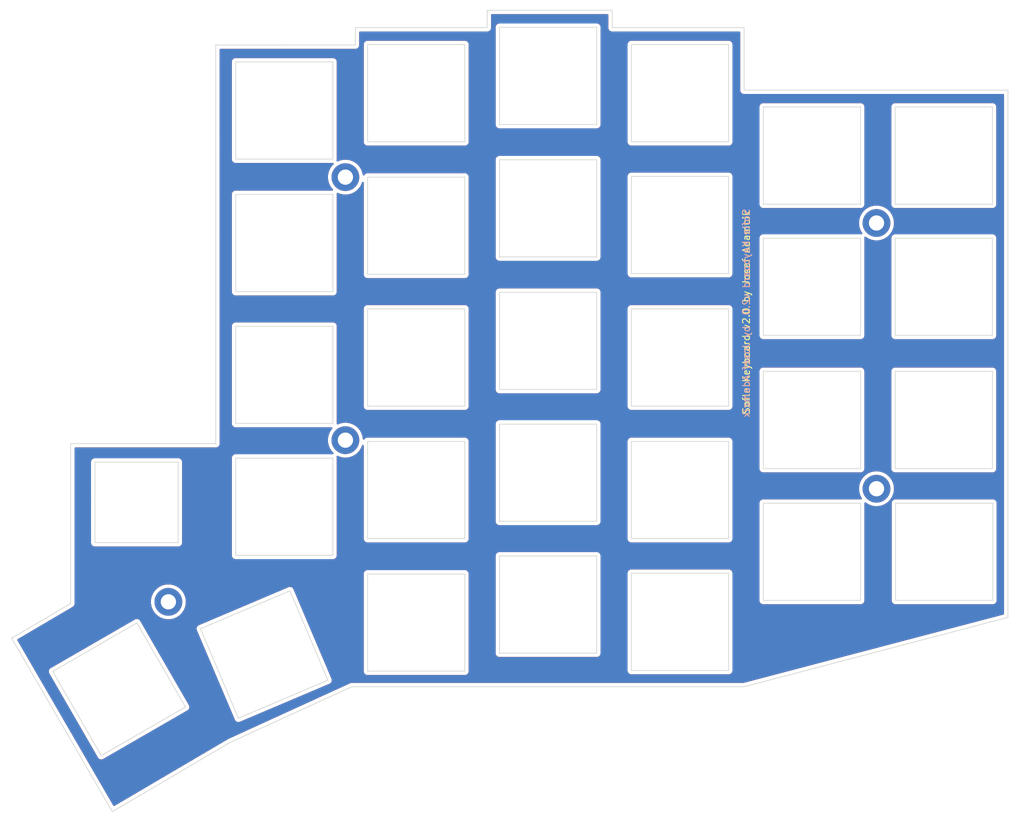
<source format=kicad_pcb>
(kicad_pcb (version 20171130) (host pcbnew 5.1.5-52549c5~86~ubuntu19.10.1)

  (general
    (thickness 1.6)
    (drawings 141)
    (tracks 0)
    (zones 0)
    (modules 5)
    (nets 1)
  )

  (page A4)
  (layers
    (0 F.Cu signal)
    (31 B.Cu signal)
    (32 B.Adhes user)
    (33 F.Adhes user)
    (34 B.Paste user)
    (35 F.Paste user)
    (36 B.SilkS user)
    (37 F.SilkS user)
    (38 B.Mask user)
    (39 F.Mask user)
    (40 Dwgs.User user)
    (41 Cmts.User user)
    (42 Eco1.User user)
    (43 Eco2.User user)
    (44 Edge.Cuts user)
    (45 Margin user)
    (46 B.CrtYd user)
    (47 F.CrtYd user)
    (48 B.Fab user)
    (49 F.Fab user)
  )

  (setup
    (last_trace_width 0.25)
    (trace_clearance 0.2)
    (zone_clearance 0.508)
    (zone_45_only no)
    (trace_min 0.2)
    (via_size 0.6)
    (via_drill 0.4)
    (via_min_size 0.4)
    (via_min_drill 0.3)
    (uvia_size 0.3)
    (uvia_drill 0.1)
    (uvias_allowed no)
    (uvia_min_size 0.2)
    (uvia_min_drill 0.1)
    (edge_width 0.15)
    (segment_width 0.2)
    (pcb_text_width 0.3)
    (pcb_text_size 1.5 1.5)
    (mod_edge_width 0.15)
    (mod_text_size 1 1)
    (mod_text_width 0.15)
    (pad_size 4 4)
    (pad_drill 2.2)
    (pad_to_mask_clearance 0.2)
    (aux_axis_origin 0 0)
    (visible_elements FFFFFF7F)
    (pcbplotparams
      (layerselection 0x010f0_ffffffff)
      (usegerberextensions false)
      (usegerberattributes false)
      (usegerberadvancedattributes false)
      (creategerberjobfile false)
      (excludeedgelayer true)
      (linewidth 0.100000)
      (plotframeref false)
      (viasonmask false)
      (mode 1)
      (useauxorigin false)
      (hpglpennumber 1)
      (hpglpenspeed 20)
      (hpglpendiameter 15.000000)
      (psnegative false)
      (psa4output false)
      (plotreference true)
      (plotvalue true)
      (plotinvisibletext false)
      (padsonsilk false)
      (subtractmaskfromsilk false)
      (outputformat 1)
      (mirror false)
      (drillshape 0)
      (scaleselection 1)
      (outputdirectory "gerber/"))
  )

  (net 0 "")

  (net_class Default "This is the default net class."
    (clearance 0.2)
    (trace_width 0.25)
    (via_dia 0.6)
    (via_drill 0.4)
    (uvia_dia 0.3)
    (uvia_drill 0.1)
  )

  (module Wire_Pads:SolderWirePad_single_0-8mmDrill (layer F.Cu) (tedit 5EAC29B5) (tstamp 5EAC2A77)
    (at 72.250562 50.180774)
    (fp_text reference "" (at 0 0) (layer F.SilkS)
      (effects (font (size 1.27 1.27) (thickness 0.15)))
    )
    (fp_text value "" (at 0 0) (layer F.SilkS)
      (effects (font (size 1.27 1.27) (thickness 0.15)))
    )
    (pad 1 thru_hole circle (at 0 0) (size 4 4) (drill 2.2) (layers *.Cu *.Mask))
  )

  (module Wire_Pads:SolderWirePad_single_0-8mmDrill (layer F.Cu) (tedit 0) (tstamp 5ABD66D0)
    (at 148.75028 56.791123)
    (fp_text reference "" (at 0 0) (layer F.SilkS)
      (effects (font (size 1.27 1.27) (thickness 0.15)))
    )
    (fp_text value "" (at 0 0) (layer F.SilkS)
      (effects (font (size 1.27 1.27) (thickness 0.15)))
    )
    (pad 2 thru_hole circle (at 0 0) (size 4 4) (drill 2.2) (layers *.Cu *.Mask))
  )

  (module Wire_Pads:SolderWirePad_single_0-8mmDrill (layer F.Cu) (tedit 0) (tstamp 5ABD66D0)
    (at 148.75028 95.090512)
    (fp_text reference "" (at 0 0) (layer F.SilkS)
      (effects (font (size 1.27 1.27) (thickness 0.15)))
    )
    (fp_text value "" (at 0 0) (layer F.SilkS)
      (effects (font (size 1.27 1.27) (thickness 0.15)))
    )
    (pad 3 thru_hole circle (at 0 0) (size 4 4) (drill 2.2) (layers *.Cu *.Mask))
  )

  (module Wire_Pads:SolderWirePad_single_0-8mmDrill (layer F.Cu) (tedit 0) (tstamp 5ABD66D0)
    (at 46.751882 111.392232)
    (fp_text reference "" (at 0 0) (layer F.SilkS)
      (effects (font (size 1.27 1.27) (thickness 0.15)))
    )
    (fp_text value "" (at 0 0) (layer F.SilkS)
      (effects (font (size 1.27 1.27) (thickness 0.15)))
    )
    (pad 4 thru_hole circle (at 0 0) (size 4 4) (drill 2.2) (layers *.Cu *.Mask))
  )

  (module Wire_Pads:SolderWirePad_single_0-8mmDrill (layer F.Cu) (tedit 0) (tstamp 5ABD66D0)
    (at 72.251833 88.092305)
    (fp_text reference "" (at 0 0) (layer F.SilkS)
      (effects (font (size 1.27 1.27) (thickness 0.15)))
    )
    (fp_text value "" (at 0 0) (layer F.SilkS)
      (effects (font (size 1.27 1.27) (thickness 0.15)))
    )
    (pad 5 thru_hole circle (at 0 0) (size 4 4) (drill 2.2) (layers *.Cu *.Mask))
  )

  (gr_text "Sofle Keyboard v2.0  by Josef Adamcik" (at 130 69.8 90) (layer B.SilkS) (tstamp 5EB0C312)
    (effects (font (size 1 1) (thickness 0.15)) (justify mirror))
  )
  (gr_text "Sofle Keyboard v2.0 by Josef Adamcik" (at 130 69.65 90) (layer F.SilkS)
    (effects (font (size 1 1) (thickness 0.15)))
  )
  (gr_line (start 53.574549 31.133314) (end 73.680951 31.131114) (layer Edge.Cuts) (width 0.1))
  (gr_line (start 73.680951 31.131114) (end 73.680686 28.633968) (layer Edge.Cuts) (width 0.1))
  (gr_line (start 73.680686 28.633968) (end 92.680183 28.631768) (layer Edge.Cuts) (width 0.1))
  (gr_line (start 92.680183 28.631768) (end 92.679918 26.132072) (layer Edge.Cuts) (width 0.1))
  (gr_line (start 92.679918 26.132072) (end 110.680898 26.132072) (layer Edge.Cuts) (width 0.1))
  (gr_line (start 110.680898 26.132072) (end 110.680898 28.633953) (layer Edge.Cuts) (width 0.1))
  (gr_line (start 110.680898 28.633953) (end 129.6801 28.633953) (layer Edge.Cuts) (width 0.1))
  (gr_line (start 129.6801 28.633953) (end 129.68025 37.633474) (layer Edge.Cuts) (width 0.1))
  (gr_line (start 129.68025 37.633474) (end 167.6809 37.633474) (layer Edge.Cuts) (width 0.1))
  (gr_line (start 167.6809 37.633474) (end 167.6809 113.632513) (layer Edge.Cuts) (width 0.1))
  (gr_line (start 167.6809 113.632513) (end 129.67996 123.63249) (layer Edge.Cuts) (width 0.1))
  (gr_line (start 129.67996 123.63249) (end 73.180201 123.63249) (layer Edge.Cuts) (width 0.1))
  (gr_line (start 73.180201 123.63249) (end 55.679601 131.63349) (layer Edge.Cuts) (width 0.1))
  (gr_line (start 55.679601 131.63349) (end 38.679889 141.63082) (layer Edge.Cuts) (width 0.1))
  (gr_line (start 38.679889 141.63082) (end 24.181626 116.632243) (layer Edge.Cuts) (width 0.1))
  (gr_line (start 24.181626 116.632243) (end 32.680433 111.631001) (layer Edge.Cuts) (width 0.1))
  (gr_line (start 32.680433 111.631001) (end 32.679901 88.585695) (layer Edge.Cuts) (width 0.1))
  (gr_line (start 32.679901 88.585695) (end 53.579214 88.585695) (layer Edge.Cuts) (width 0.1))
  (gr_line (start 53.579214 88.585695) (end 53.574549 31.133314) (layer Edge.Cuts) (width 0.1))
  (gr_line (start 56.452197 33.579649) (end 70.450084 33.579649) (layer Edge.Cuts) (width 0.1))
  (gr_line (start 70.450084 33.579649) (end 70.450084 47.580073) (layer Edge.Cuts) (width 0.1))
  (gr_line (start 70.450084 47.580073) (end 56.452197 47.580073) (layer Edge.Cuts) (width 0.1))
  (gr_line (start 56.452197 47.580073) (end 56.452197 33.579649) (layer Edge.Cuts) (width 0.1))
  (gr_line (start 75.453862 31.080298) (end 89.451749 31.080298) (layer Edge.Cuts) (width 0.1))
  (gr_line (start 89.451749 31.080298) (end 89.451749 45.080722) (layer Edge.Cuts) (width 0.1))
  (gr_line (start 89.451749 45.080722) (end 75.453862 45.080722) (layer Edge.Cuts) (width 0.1))
  (gr_line (start 75.453862 45.080722) (end 75.453862 31.080298) (layer Edge.Cuts) (width 0.1))
  (gr_line (start 94.450449 28.591108) (end 108.448336 28.591108) (layer Edge.Cuts) (width 0.1))
  (gr_line (start 108.448336 28.591108) (end 108.448336 42.591533) (layer Edge.Cuts) (width 0.1))
  (gr_line (start 108.448336 42.591533) (end 94.450449 42.591533) (layer Edge.Cuts) (width 0.1))
  (gr_line (start 94.450449 42.591533) (end 94.450449 28.591108) (layer Edge.Cuts) (width 0.1))
  (gr_line (start 113.449575 31.080298) (end 127.44746 31.080298) (layer Edge.Cuts) (width 0.1))
  (gr_line (start 127.44746 31.080298) (end 127.44746 45.080722) (layer Edge.Cuts) (width 0.1))
  (gr_line (start 127.44746 45.080722) (end 113.449575 45.080722) (layer Edge.Cuts) (width 0.1))
  (gr_line (start 113.449575 45.080722) (end 113.449575 31.080298) (layer Edge.Cuts) (width 0.1))
  (gr_line (start 132.45378 40.079483) (end 146.45166 40.079483) (layer Edge.Cuts) (width 0.1))
  (gr_line (start 146.45166 40.079483) (end 146.45166 54.079907) (layer Edge.Cuts) (width 0.1))
  (gr_line (start 146.45166 54.079907) (end 132.45378 54.079907) (layer Edge.Cuts) (width 0.1))
  (gr_line (start 132.45378 54.079907) (end 132.45378 40.079483) (layer Edge.Cuts) (width 0.1))
  (gr_line (start 151.45037 40.079483) (end 165.44825 40.079483) (layer Edge.Cuts) (width 0.1))
  (gr_line (start 165.44825 40.079483) (end 165.44825 54.079907) (layer Edge.Cuts) (width 0.1))
  (gr_line (start 165.44825 54.079907) (end 151.45037 54.079907) (layer Edge.Cuts) (width 0.1))
  (gr_line (start 151.45037 54.079907) (end 151.45037 40.079483) (layer Edge.Cuts) (width 0.1))
  (gr_line (start 151.45037 58.979549) (end 165.44825 58.979549) (layer Edge.Cuts) (width 0.1))
  (gr_line (start 165.44825 58.979549) (end 165.44825 72.979973) (layer Edge.Cuts) (width 0.1))
  (gr_line (start 165.44825 72.979973) (end 151.45037 72.979973) (layer Edge.Cuts) (width 0.1))
  (gr_line (start 151.45037 72.979973) (end 151.45037 58.979549) (layer Edge.Cuts) (width 0.1))
  (gr_line (start 132.45124 58.979549) (end 146.44912 58.979549) (layer Edge.Cuts) (width 0.1))
  (gr_line (start 146.44912 58.979549) (end 146.44912 72.979973) (layer Edge.Cuts) (width 0.1))
  (gr_line (start 146.44912 72.979973) (end 132.45124 72.979973) (layer Edge.Cuts) (width 0.1))
  (gr_line (start 132.45124 72.979973) (end 132.45124 58.979549) (layer Edge.Cuts) (width 0.1))
  (gr_line (start 151.45037 78.179333) (end 165.44825 78.179333) (layer Edge.Cuts) (width 0.1))
  (gr_line (start 165.44825 78.179333) (end 165.44825 92.179757) (layer Edge.Cuts) (width 0.1))
  (gr_line (start 165.44825 92.179757) (end 151.45037 92.179757) (layer Edge.Cuts) (width 0.1))
  (gr_line (start 151.45037 92.179757) (end 151.45037 78.179333) (layer Edge.Cuts) (width 0.1))
  (gr_line (start 132.45124 78.179333) (end 146.44912 78.179333) (layer Edge.Cuts) (width 0.1))
  (gr_line (start 146.44912 78.179333) (end 146.44912 92.179757) (layer Edge.Cuts) (width 0.1))
  (gr_line (start 146.44912 92.179757) (end 132.45124 92.179757) (layer Edge.Cuts) (width 0.1))
  (gr_line (start 132.45124 92.179757) (end 132.45124 78.179333) (layer Edge.Cuts) (width 0.1))
  (gr_line (start 151.50116 97.180998) (end 165.49904 97.180998) (layer Edge.Cuts) (width 0.1))
  (gr_line (start 165.49904 97.180998) (end 165.49904 111.181422) (layer Edge.Cuts) (width 0.1))
  (gr_line (start 165.49904 111.181422) (end 151.50116 111.181422) (layer Edge.Cuts) (width 0.1))
  (gr_line (start 151.50116 111.181422) (end 151.50116 97.180998) (layer Edge.Cuts) (width 0.1))
  (gr_line (start 132.45124 97.180998) (end 146.44912 97.180998) (layer Edge.Cuts) (width 0.1))
  (gr_line (start 146.44912 97.180998) (end 146.44912 111.181422) (layer Edge.Cuts) (width 0.1))
  (gr_line (start 146.44912 111.181422) (end 132.45124 111.181422) (layer Edge.Cuts) (width 0.1))
  (gr_line (start 132.45124 111.181422) (end 132.45124 97.180998) (layer Edge.Cuts) (width 0.1))
  (gr_line (start 113.449575 107.279998) (end 127.44746 107.279998) (layer Edge.Cuts) (width 0.1))
  (gr_line (start 127.44746 107.279998) (end 127.44746 121.28042) (layer Edge.Cuts) (width 0.1))
  (gr_line (start 127.44746 121.28042) (end 113.449575 121.28042) (layer Edge.Cuts) (width 0.1))
  (gr_line (start 113.449575 121.28042) (end 113.449575 107.279998) (layer Edge.Cuts) (width 0.1))
  (gr_line (start 113.449575 88.280873) (end 127.44745 88.280873) (layer Edge.Cuts) (width 0.1))
  (gr_line (start 127.44745 88.280873) (end 127.44745 102.281297) (layer Edge.Cuts) (width 0.1))
  (gr_line (start 127.44745 102.281297) (end 113.449575 102.281297) (layer Edge.Cuts) (width 0.1))
  (gr_line (start 113.449575 102.281297) (end 113.449575 88.280873) (layer Edge.Cuts) (width 0.1))
  (gr_line (start 94.450449 85.778983) (end 108.448329 85.778983) (layer Edge.Cuts) (width 0.1))
  (gr_line (start 108.448329 85.778983) (end 108.448329 99.779408) (layer Edge.Cuts) (width 0.1))
  (gr_line (start 108.448329 99.779408) (end 94.450449 99.779408) (layer Edge.Cuts) (width 0.1))
  (gr_line (start 94.450449 99.779408) (end 94.450449 85.778983) (layer Edge.Cuts) (width 0.1))
  (gr_line (start 94.450449 104.780648) (end 108.448329 104.780648) (layer Edge.Cuts) (width 0.1))
  (gr_line (start 108.448329 104.780648) (end 108.448329 118.781073) (layer Edge.Cuts) (width 0.1))
  (gr_line (start 108.448329 118.781073) (end 94.450449 118.781073) (layer Edge.Cuts) (width 0.1))
  (gr_line (start 94.450449 118.781073) (end 94.450449 104.780648) (layer Edge.Cuts) (width 0.1))
  (gr_line (start 75.451324 88.280873) (end 89.449204 88.280873) (layer Edge.Cuts) (width 0.1))
  (gr_line (start 89.449204 88.280873) (end 89.449204 102.281298) (layer Edge.Cuts) (width 0.1))
  (gr_line (start 89.449204 102.281298) (end 75.451324 102.281298) (layer Edge.Cuts) (width 0.1))
  (gr_line (start 75.451324 102.281298) (end 75.451324 88.280873) (layer Edge.Cuts) (width 0.1))
  (gr_line (start 75.451324 107.379058) (end 89.449204 107.379058) (layer Edge.Cuts) (width 0.1))
  (gr_line (start 89.449204 107.379058) (end 89.449204 121.37948) (layer Edge.Cuts) (width 0.1))
  (gr_line (start 89.449204 121.37948) (end 75.451324 121.37948) (layer Edge.Cuts) (width 0.1))
  (gr_line (start 75.451324 121.37948) (end 75.451324 107.379058) (layer Edge.Cuts) (width 0.1))
  (gr_line (start 56.452199 90.681164) (end 70.450079 90.681164) (layer Edge.Cuts) (width 0.1))
  (gr_line (start 70.450079 90.681164) (end 70.450079 104.68159) (layer Edge.Cuts) (width 0.1))
  (gr_line (start 70.450079 104.68159) (end 56.452199 104.68159) (layer Edge.Cuts) (width 0.1))
  (gr_line (start 56.452199 104.68159) (end 56.452199 90.681164) (layer Edge.Cuts) (width 0.1))
  (gr_line (start 56.452199 71.679499) (end 70.45008 71.679499) (layer Edge.Cuts) (width 0.1))
  (gr_line (start 70.45008 71.679499) (end 70.45008 85.679925) (layer Edge.Cuts) (width 0.1))
  (gr_line (start 70.45008 85.679925) (end 56.452199 85.679925) (layer Edge.Cuts) (width 0.1))
  (gr_line (start 56.452199 85.679925) (end 56.452199 71.679499) (layer Edge.Cuts) (width 0.1))
  (gr_line (start 75.451324 69.180148) (end 89.449205 69.180148) (layer Edge.Cuts) (width 0.1))
  (gr_line (start 89.449205 69.180148) (end 89.449205 83.180574) (layer Edge.Cuts) (width 0.1))
  (gr_line (start 89.449205 83.180574) (end 75.451324 83.180574) (layer Edge.Cuts) (width 0.1))
  (gr_line (start 75.451324 83.180574) (end 75.451324 69.180148) (layer Edge.Cuts) (width 0.1))
  (gr_line (start 75.453869 50.181023) (end 89.451749 50.181023) (layer Edge.Cuts) (width 0.1))
  (gr_line (start 89.451749 50.181023) (end 89.451749 64.181448) (layer Edge.Cuts) (width 0.1))
  (gr_line (start 89.451749 64.181448) (end 75.453869 64.181448) (layer Edge.Cuts) (width 0.1))
  (gr_line (start 75.453869 64.181448) (end 75.453869 50.181023) (layer Edge.Cuts) (width 0.1))
  (gr_line (start 56.452199 52.680373) (end 70.450079 52.680373) (layer Edge.Cuts) (width 0.1))
  (gr_line (start 70.450079 52.680373) (end 70.450079 66.680798) (layer Edge.Cuts) (width 0.1))
  (gr_line (start 70.450079 66.680798) (end 56.452199 66.680798) (layer Edge.Cuts) (width 0.1))
  (gr_line (start 56.452199 66.680798) (end 56.452199 52.680373) (layer Edge.Cuts) (width 0.1))
  (gr_line (start 94.450449 47.679133) (end 108.448329 47.679133) (layer Edge.Cuts) (width 0.1))
  (gr_line (start 108.448329 47.679133) (end 108.448329 61.679558) (layer Edge.Cuts) (width 0.1))
  (gr_line (start 108.448329 61.679558) (end 94.450449 61.679558) (layer Edge.Cuts) (width 0.1))
  (gr_line (start 94.450449 61.679558) (end 94.450449 47.679133) (layer Edge.Cuts) (width 0.1))
  (gr_line (start 113.449575 50.079424) (end 127.44745 50.079424) (layer Edge.Cuts) (width 0.1))
  (gr_line (start 127.44745 50.079424) (end 127.44745 64.079849) (layer Edge.Cuts) (width 0.1))
  (gr_line (start 127.44745 64.079849) (end 113.449575 64.079849) (layer Edge.Cuts) (width 0.1))
  (gr_line (start 113.449575 64.079849) (end 113.449575 50.079424) (layer Edge.Cuts) (width 0.1))
  (gr_line (start 113.449575 69.180148) (end 127.44745 69.180148) (layer Edge.Cuts) (width 0.1))
  (gr_line (start 127.44745 69.180148) (end 127.44745 83.180573) (layer Edge.Cuts) (width 0.1))
  (gr_line (start 127.44745 83.180573) (end 113.449575 83.180573) (layer Edge.Cuts) (width 0.1))
  (gr_line (start 113.449575 83.180573) (end 113.449575 69.180148) (layer Edge.Cuts) (width 0.1))
  (gr_line (start 94.450449 66.779858) (end 108.448329 66.779858) (layer Edge.Cuts) (width 0.1))
  (gr_line (start 108.448329 66.779858) (end 108.448329 80.780283) (layer Edge.Cuts) (width 0.1))
  (gr_line (start 108.448329 80.780283) (end 94.450449 80.780283) (layer Edge.Cuts) (width 0.1))
  (gr_line (start 94.450449 80.780283) (end 94.450449 66.779858) (layer Edge.Cuts) (width 0.1))
  (gr_line (start 36.167496 91.257418) (end 48.171143 91.257418) (layer Edge.Cuts) (width 0.1))
  (gr_line (start 48.171143 91.257418) (end 48.171143 102.857553) (layer Edge.Cuts) (width 0.1))
  (gr_line (start 48.171143 102.857553) (end 36.169691 102.857553) (layer Edge.Cuts) (width 0.1))
  (gr_line (start 36.169691 102.857553) (end 36.167496 91.257418) (layer Edge.Cuts) (width 0.1))
  (gr_line (start 30.089643 121.42774) (end 37.089855 133.55111) (layer Edge.Cuts) (width 0.1))
  (gr_line (start 37.089855 133.55111) (end 49.213228 126.5509) (layer Edge.Cuts) (width 0.1))
  (gr_line (start 49.213228 126.5509) (end 42.213015 114.427528) (layer Edge.Cuts) (width 0.1))
  (gr_line (start 42.213015 114.427528) (end 30.089643 121.42774) (layer Edge.Cuts) (width 0.1))
  (gr_line (start 51.372219 115.270805) (end 64.260128 109.802206) (layer Edge.Cuts) (width 0.1))
  (gr_line (start 64.260128 109.802206) (end 69.728727 122.68758) (layer Edge.Cuts) (width 0.1))
  (gr_line (start 69.728727 122.68758) (end 56.843357 128.15872) (layer Edge.Cuts) (width 0.1))
  (gr_line (start 56.843357 128.15872) (end 51.372219 115.270805) (layer Edge.Cuts) (width 0.1))

  (zone (net 0) (net_name "") (layer F.Cu) (tstamp 5EB1A86B) (hatch edge 0.508)
    (connect_pads (clearance 0.508))
    (min_thickness 0.254)
    (fill yes (arc_segments 32) (thermal_gap 0.508) (thermal_bridge_width 0.508))
    (polygon
      (pts
        (xy 112.25 25.85) (xy 112.1 27.85) (xy 131.05 27.7) (xy 130.55 37.25) (xy 170 37.25)
        (xy 168.45 114.2) (xy 130.4 124.25) (xy 74.25 123.6) (xy 58.5 131.6) (xy 38.35 142.4)
        (xy 22.5 117.05) (xy 31.75 111.05) (xy 31.75 88.25) (xy 53.3 88.1) (xy 53.6 30.65)
        (xy 73 30.5) (xy 73.3 28.3) (xy 92.1 28.5) (xy 92.4 25.1)
      )
    )
    (filled_polygon
      (pts
        (xy 109.995899 28.600295) (xy 109.992584 28.633953) (xy 110.00581 28.768236) (xy 110.044979 28.897359) (xy 110.108586 29.01636)
        (xy 110.194187 29.120664) (xy 110.298491 29.206265) (xy 110.417492 29.269872) (xy 110.546615 29.309041) (xy 110.647251 29.318953)
        (xy 110.680898 29.322267) (xy 110.714545 29.318953) (xy 128.995112 29.318953) (xy 128.99525 37.599827) (xy 128.991936 37.633474)
        (xy 129.005162 37.767757) (xy 129.044331 37.89688) (xy 129.107938 38.015881) (xy 129.193539 38.120185) (xy 129.193546 38.120191)
        (xy 129.193548 38.120193) (xy 129.216246 38.13882) (xy 129.297843 38.205786) (xy 129.297851 38.20579) (xy 129.297853 38.205792)
        (xy 129.328603 38.222228) (xy 129.416844 38.269393) (xy 129.416852 38.269395) (xy 129.416855 38.269397) (xy 129.454033 38.280674)
        (xy 129.545967 38.308562) (xy 129.545975 38.308563) (xy 129.545979 38.308564) (xy 129.583664 38.312275) (xy 129.646603 38.318474)
        (xy 129.646617 38.318474) (xy 129.680261 38.321787) (xy 129.713893 38.318474) (xy 166.9959 38.318474) (xy 166.995901 113.10445)
        (xy 129.591342 122.94749) (xy 73.201442 122.94749) (xy 73.155349 122.944626) (xy 73.10077 122.951999) (xy 73.045918 122.957402)
        (xy 73.033985 122.961022) (xy 73.02163 122.962691) (xy 72.969517 122.980578) (xy 72.916795 122.996571) (xy 72.876056 123.018346)
        (xy 55.454684 130.983125) (xy 55.453131 130.9835) (xy 55.393436 131.011126) (xy 55.364184 131.0245) (xy 55.362806 131.025302)
        (xy 55.36136 131.025971) (xy 55.333621 131.042284) (xy 55.276781 131.075358) (xy 55.275584 131.076415) (xy 38.926696 140.691003)
        (xy 27.728617 121.382756) (xy 29.402801 121.382756) (xy 29.407223 121.517616) (xy 29.437869 121.649023) (xy 29.479608 121.74113)
        (xy 29.493563 121.771925) (xy 29.513256 121.799404) (xy 36.479826 133.864512) (xy 36.493775 133.895295) (xy 36.513462 133.922766)
        (xy 36.513468 133.922776) (xy 36.572374 134.004971) (xy 36.670862 134.097205) (xy 36.785451 134.168454) (xy 36.832975 134.186338)
        (xy 36.911739 134.215978) (xy 37.018079 134.23353) (xy 37.044869 134.237952) (xy 37.04487 134.237952) (xy 37.179731 134.23353)
        (xy 37.311137 134.202884) (xy 37.403245 134.161145) (xy 37.403248 134.161143) (xy 37.43404 134.14719) (xy 37.461519 134.127497)
        (xy 49.526623 127.160933) (xy 49.557413 127.146981) (xy 49.584889 127.12729) (xy 49.584894 127.127287) (xy 49.667089 127.068381)
        (xy 49.759323 126.969893) (xy 49.759324 126.969892) (xy 49.830573 126.855303) (xy 49.878096 126.729016) (xy 49.90007 126.595885)
        (xy 49.895648 126.461024) (xy 49.865002 126.329617) (xy 49.823263 126.237509) (xy 49.82326 126.237504) (xy 49.809308 126.206715)
        (xy 49.789617 126.179238) (xy 43.494343 115.276721) (xy 50.683931 115.276721) (xy 50.683937 115.276778) (xy 50.683932 115.276836)
        (xy 50.69124 115.344909) (xy 50.698311 115.410886) (xy 50.698328 115.410939) (xy 50.698334 115.410998) (xy 50.719014 115.477081)
        (xy 50.738588 115.539667) (xy 50.754808 115.569395) (xy 56.199686 128.395453) (xy 56.20979 128.427733) (xy 56.234724 128.473406)
        (xy 56.274417 128.546126) (xy 56.274438 128.546151) (xy 56.274446 128.546166) (xy 56.308644 128.587094) (xy 56.360928 128.649676)
        (xy 56.360949 128.649693) (xy 56.360964 128.649711) (xy 56.409901 128.689155) (xy 56.465979 128.73436) (xy 56.466003 128.734373)
        (xy 56.466021 128.734387) (xy 56.522574 128.763976) (xy 56.585532 128.796921) (xy 56.585556 128.796928) (xy 56.585579 128.79694)
        (xy 56.655673 128.817529) (xy 56.714993 128.834958) (xy 56.715015 128.83496) (xy 56.715042 128.834968) (xy 56.783546 128.841104)
        (xy 56.849388 128.847007) (xy 56.849415 128.847004) (xy 56.849437 128.847006) (xy 56.912192 128.840265) (xy 56.98355 128.832605)
        (xy 56.983574 128.832598) (xy 56.983598 128.832595) (xy 57.049989 128.811814) (xy 57.112325 128.792306) (xy 57.142021 128.776097)
        (xy 69.965434 123.331265) (xy 69.997634 123.321192) (xy 70.027351 123.304975) (xy 70.027415 123.304948) (xy 70.062736 123.285665)
        (xy 70.116078 123.256556) (xy 70.11612 123.256521) (xy 70.116173 123.256492) (xy 70.171572 123.210203) (xy 70.219637 123.170055)
        (xy 70.21967 123.170014) (xy 70.219718 123.169974) (xy 70.265084 123.113688) (xy 70.304331 123.065012) (xy 70.304356 123.064964)
        (xy 70.304394 123.064917) (xy 70.336633 123.003297) (xy 70.366904 122.945465) (xy 70.36692 122.945411) (xy 70.366947 122.945359)
        (xy 70.385902 122.880826) (xy 70.404953 122.816008) (xy 70.404958 122.81595) (xy 70.404974 122.815896) (xy 70.410917 122.749553)
        (xy 70.417014 122.681614) (xy 70.417008 122.681557) (xy 70.417013 122.6815) (xy 70.410075 122.616919) (xy 70.402625 122.54745)
        (xy 70.402607 122.547391) (xy 70.402601 122.547339) (xy 70.383145 122.485181) (xy 70.372433 122.45094) (xy 70.37241 122.450887)
        (xy 70.362294 122.418567) (xy 70.346121 122.388942) (xy 64.903845 109.565592) (xy 64.893759 109.533344) (xy 64.877552 109.503639)
        (xy 64.877544 109.503621) (xy 64.864922 109.48049) (xy 64.829132 109.414895) (xy 64.829114 109.414874) (xy 64.829104 109.414855)
        (xy 64.790166 109.368239) (xy 64.742638 109.31133) (xy 64.742618 109.311314) (xy 64.742603 109.311296) (xy 64.695345 109.273193)
        (xy 64.637601 109.226628) (xy 64.637576 109.226615) (xy 64.63756 109.226602) (xy 64.583834 109.198481) (xy 64.518058 109.164047)
        (xy 64.518034 109.16404) (xy 64.518013 109.164029) (xy 64.455518 109.145661) (xy 64.388604 109.125989) (xy 64.388579 109.125987)
        (xy 64.388556 109.12598) (xy 64.325543 109.120325) (xy 64.254211 109.113918) (xy 64.254184 109.113921) (xy 64.254163 109.113919)
        (xy 64.193104 109.120467) (xy 64.120046 109.128298) (xy 64.120022 109.128306) (xy 64.119999 109.128308) (xy 64.056406 109.148202)
        (xy 64.023534 109.158483) (xy 64.023512 109.158492) (xy 63.991221 109.168594) (xy 63.961564 109.184778) (xy 51.135566 114.627106)
        (xy 51.103251 114.637219) (xy 51.04707 114.667884) (xy 50.984908 114.701801) (xy 50.984863 114.701839) (xy 50.984813 114.701866)
        (xy 50.931185 114.746669) (xy 50.881343 114.788296) (xy 50.88131 114.788337) (xy 50.881262 114.788377) (xy 50.837139 114.843111)
        (xy 50.796641 114.893332) (xy 50.796614 114.893383) (xy 50.796578 114.893428) (xy 50.765626 114.952576) (xy 50.73406 115.012875)
        (xy 50.734043 115.012932) (xy 50.734017 115.012982) (xy 50.715541 115.075867) (xy 50.696002 115.142329) (xy 50.695997 115.142389)
        (xy 50.695981 115.142442) (xy 50.690087 115.208188) (xy 50.683931 115.276721) (xy 43.494343 115.276721) (xy 42.823049 114.114137)
        (xy 42.809095 114.083343) (xy 42.755484 114.008536) (xy 42.730494 113.973667) (xy 42.632007 113.881432) (xy 42.517418 113.810184)
        (xy 42.391131 113.76266) (xy 42.257999 113.740686) (xy 42.123138 113.745108) (xy 41.991731 113.775754) (xy 41.899624 113.817493)
        (xy 41.899619 113.817496) (xy 41.86883 113.831448) (xy 41.841355 113.851138) (xy 29.776258 120.817703) (xy 29.745458 120.83166)
        (xy 29.652872 120.898013) (xy 29.635782 120.910261) (xy 29.543547 121.008748) (xy 29.472299 121.123337) (xy 29.424775 121.249624)
        (xy 29.414139 121.314066) (xy 29.402801 121.382756) (xy 27.728617 121.382756) (xy 25.115671 116.877394) (xy 33.015769 112.228472)
        (xy 33.062853 112.203304) (xy 33.099853 112.172937) (xy 33.138546 112.144721) (xy 33.151913 112.130209) (xy 33.167155 112.1177)
        (xy 33.19752 112.080698) (xy 33.229965 112.045476) (xy 33.240243 112.028639) (xy 33.252753 112.013394) (xy 33.275318 111.971176)
        (xy 33.300267 111.930303) (xy 33.307062 111.911785) (xy 33.316358 111.894392) (xy 33.330256 111.848573) (xy 33.346747 111.803629)
        (xy 33.349798 111.784146) (xy 33.355524 111.765268) (xy 33.360216 111.717616) (xy 33.367622 111.670321) (xy 33.365432 111.616956)
        (xy 33.365421 111.132707) (xy 44.116882 111.132707) (xy 44.116882 111.651757) (xy 44.218143 112.160833) (xy 44.416775 112.640373)
        (xy 44.705144 113.071947) (xy 45.072167 113.43897) (xy 45.503741 113.727339) (xy 45.983281 113.925971) (xy 46.492357 114.027232)
        (xy 47.011407 114.027232) (xy 47.520483 113.925971) (xy 48.000023 113.727339) (xy 48.431597 113.43897) (xy 48.79862 113.071947)
        (xy 49.086989 112.640373) (xy 49.285621 112.160833) (xy 49.386882 111.651757) (xy 49.386882 111.132707) (xy 49.285621 110.623631)
        (xy 49.086989 110.144091) (xy 48.79862 109.712517) (xy 48.431597 109.345494) (xy 48.000023 109.057125) (xy 47.520483 108.858493)
        (xy 47.011407 108.757232) (xy 46.492357 108.757232) (xy 45.983281 108.858493) (xy 45.503741 109.057125) (xy 45.072167 109.345494)
        (xy 44.705144 109.712517) (xy 44.416775 110.144091) (xy 44.218143 110.623631) (xy 44.116882 111.132707) (xy 33.365421 111.132707)
        (xy 33.365335 107.379058) (xy 74.76301 107.379058) (xy 74.766325 107.412715) (xy 74.766324 121.345833) (xy 74.76301 121.37948)
        (xy 74.776236 121.513763) (xy 74.815405 121.642886) (xy 74.879012 121.761887) (xy 74.964613 121.866191) (xy 75.025718 121.916339)
        (xy 75.068917 121.951792) (xy 75.187918 122.015399) (xy 75.317041 122.054568) (xy 75.451324 122.067794) (xy 75.484971 122.06448)
        (xy 89.415557 122.06448) (xy 89.449204 122.067794) (xy 89.583487 122.054568) (xy 89.71261 122.015399) (xy 89.831611 121.951792)
        (xy 89.935915 121.866191) (xy 90.021516 121.761887) (xy 90.085123 121.642886) (xy 90.124292 121.513763) (xy 90.134204 121.413127)
        (xy 90.134204 121.413126) (xy 90.137518 121.37948) (xy 90.134204 121.345833) (xy 90.134204 107.412705) (xy 90.137518 107.379058)
        (xy 90.124292 107.244775) (xy 90.085123 107.115652) (xy 90.021516 106.996651) (xy 89.935915 106.892347) (xy 89.831611 106.806746)
        (xy 89.71261 106.743139) (xy 89.583487 106.70397) (xy 89.482851 106.694058) (xy 89.449204 106.690744) (xy 89.415557 106.694058)
        (xy 75.484971 106.694058) (xy 75.451324 106.690744) (xy 75.417677 106.694058) (xy 75.317041 106.70397) (xy 75.187918 106.743139)
        (xy 75.068917 106.806746) (xy 74.964613 106.892347) (xy 74.879012 106.996651) (xy 74.815405 107.115652) (xy 74.776236 107.244775)
        (xy 74.76301 107.379058) (xy 33.365335 107.379058) (xy 33.364963 91.257418) (xy 35.479182 91.257418) (xy 35.482503 91.291133)
        (xy 35.484685 102.823964) (xy 35.481377 102.857553) (xy 35.484698 102.891271) (xy 35.484698 102.891329) (xy 35.487653 102.921276)
        (xy 35.494603 102.991836) (xy 35.494623 102.991902) (xy 35.494629 102.991963) (xy 35.51342 103.053868) (xy 35.533772 103.120959)
        (xy 35.533803 103.121018) (xy 35.533822 103.121079) (xy 35.564412 103.178284) (xy 35.597379 103.23996) (xy 35.597423 103.240013)
        (xy 35.597452 103.240068) (xy 35.636879 103.288091) (xy 35.68298 103.344264) (xy 35.683036 103.34431) (xy 35.683073 103.344355)
        (xy 35.730722 103.383445) (xy 35.787284 103.429865) (xy 35.787345 103.429898) (xy 35.787393 103.429937) (xy 35.842981 103.459636)
        (xy 35.906285 103.493472) (xy 35.906353 103.493493) (xy 35.906406 103.493521) (xy 35.967181 103.511945) (xy 36.035408 103.532641)
        (xy 36.035475 103.532648) (xy 36.035536 103.532666) (xy 36.099028 103.538907) (xy 36.136044 103.542553) (xy 36.136117 103.542553)
        (xy 36.169821 103.545866) (xy 36.203394 103.542553) (xy 48.137496 103.542553) (xy 48.171143 103.545867) (xy 48.305426 103.532641)
        (xy 48.434549 103.493472) (xy 48.55355 103.429865) (xy 48.657854 103.344264) (xy 48.743455 103.23996) (xy 48.807062 103.120959)
        (xy 48.846231 102.991836) (xy 48.856143 102.8912) (xy 48.859457 102.857553) (xy 48.856143 102.823906) (xy 48.856143 91.291065)
        (xy 48.859457 91.257418) (xy 48.846231 91.123135) (xy 48.807062 90.994012) (xy 48.743455 90.875011) (xy 48.657854 90.770707)
        (xy 48.55355 90.685106) (xy 48.434549 90.621499) (xy 48.305426 90.58233) (xy 48.20479 90.572418) (xy 48.171143 90.569104)
        (xy 48.137496 90.572418) (xy 36.20107 90.572418) (xy 36.167366 90.569105) (xy 36.104742 90.575285) (xy 36.033213 90.58233)
        (xy 36.033147 90.58235) (xy 36.033086 90.582356) (xy 35.971181 90.601147) (xy 35.90409 90.621499) (xy 35.904031 90.62153)
        (xy 35.90397 90.621549) (xy 35.846765 90.652139) (xy 35.785089 90.685106) (xy 35.785036 90.68515) (xy 35.784981 90.685179)
        (xy 35.735768 90.725583) (xy 35.680785 90.770707) (xy 35.680741 90.770761) (xy 35.680693 90.7708) (xy 35.6402 90.820159)
        (xy 35.595184 90.875011) (xy 35.595151 90.875072) (xy 35.595112 90.87512) (xy 35.565413 90.930708) (xy 35.531577 90.994012)
        (xy 35.531556 90.99408) (xy 35.531528 90.994133) (xy 35.513104 91.054908) (xy 35.492408 91.123135) (xy 35.492401 91.123202)
        (xy 35.492383 91.123263) (xy 35.485993 91.188265) (xy 35.479182 91.257418) (xy 33.364963 91.257418) (xy 33.364917 89.270695)
        (xy 53.545604 89.270695) (xy 53.579269 89.274008) (xy 53.632614 89.268749) (xy 53.713497 89.260783) (xy 53.71353 89.260773)
        (xy 53.713551 89.260771) (xy 53.765397 89.245039) (xy 53.84262 89.221614) (xy 53.842648 89.221599) (xy 53.842671 89.221592)
        (xy 53.892062 89.195187) (xy 53.961621 89.158007) (xy 53.961647 89.157986) (xy 53.961667 89.157975) (xy 54.005311 89.122151)
        (xy 54.065925 89.072406) (xy 54.065945 89.072382) (xy 54.065964 89.072366) (xy 54.104402 89.025522) (xy 54.151526 88.968102)
        (xy 54.15154 88.968076) (xy 54.151557 88.968055) (xy 54.181056 88.912854) (xy 54.215133 88.849101) (xy 54.215142 88.849072)
        (xy 54.215154 88.849049) (xy 54.231909 88.793797) (xy 54.254302 88.719978) (xy 54.254305 88.719944) (xy 54.254312 88.719922)
        (xy 54.259886 88.66328) (xy 54.267528 88.585695) (xy 54.264211 88.552013) (xy 54.262842 71.679499) (xy 55.763885 71.679499)
        (xy 55.7672 71.713156) (xy 55.767199 85.646278) (xy 55.763885 85.679925) (xy 55.777111 85.814208) (xy 55.81628 85.943331)
        (xy 55.879887 86.062332) (xy 55.965488 86.166636) (xy 56.069792 86.252237) (xy 56.188793 86.315844) (xy 56.317916 86.355013)
        (xy 56.452199 86.368239) (xy 56.485846 86.364925) (xy 70.25276 86.364925) (xy 70.205095 86.41259) (xy 69.916726 86.844164)
        (xy 69.718094 87.323704) (xy 69.616833 87.83278) (xy 69.616833 88.35183) (xy 69.718094 88.860906) (xy 69.916726 89.340446)
        (xy 70.205095 89.77202) (xy 70.428091 89.995016) (xy 70.416432 89.996164) (xy 56.485846 89.996164) (xy 56.452199 89.99285)
        (xy 56.418552 89.996164) (xy 56.317916 90.006076) (xy 56.188793 90.045245) (xy 56.069792 90.108852) (xy 55.965488 90.194453)
        (xy 55.879887 90.298757) (xy 55.81628 90.417758) (xy 55.777111 90.546881) (xy 55.763885 90.681164) (xy 55.7672 90.714821)
        (xy 55.767199 104.647943) (xy 55.763885 104.68159) (xy 55.777111 104.815873) (xy 55.81628 104.944996) (xy 55.879887 105.063997)
        (xy 55.965488 105.168301) (xy 56.069792 105.253902) (xy 56.188793 105.317509) (xy 56.317916 105.356678) (xy 56.452199 105.369904)
        (xy 56.485846 105.36659) (xy 70.416432 105.36659) (xy 70.450079 105.369904) (xy 70.584362 105.356678) (xy 70.713485 105.317509)
        (xy 70.832486 105.253902) (xy 70.93679 105.168301) (xy 71.022391 105.063997) (xy 71.085998 104.944996) (xy 71.125167 104.815873)
        (xy 71.128636 104.780648) (xy 93.762135 104.780648) (xy 93.76545 104.814305) (xy 93.765449 118.747426) (xy 93.762135 118.781073)
        (xy 93.775361 118.915356) (xy 93.81453 119.044479) (xy 93.878137 119.16348) (xy 93.963738 119.267784) (xy 94.068042 119.353385)
        (xy 94.187043 119.416992) (xy 94.316166 119.456161) (xy 94.450449 119.469387) (xy 94.484096 119.466073) (xy 108.414682 119.466073)
        (xy 108.448329 119.469387) (xy 108.582612 119.456161) (xy 108.711735 119.416992) (xy 108.830736 119.353385) (xy 108.93504 119.267784)
        (xy 109.020641 119.16348) (xy 109.084248 119.044479) (xy 109.123417 118.915356) (xy 109.133329 118.81472) (xy 109.133329 118.814719)
        (xy 109.136643 118.781073) (xy 109.133329 118.747426) (xy 109.133329 107.279998) (xy 112.761261 107.279998) (xy 112.764576 107.313655)
        (xy 112.764575 121.246773) (xy 112.761261 121.28042) (xy 112.774487 121.414703) (xy 112.813656 121.543826) (xy 112.877263 121.662827)
        (xy 112.962864 121.767131) (xy 113.067168 121.852732) (xy 113.186169 121.916339) (xy 113.315292 121.955508) (xy 113.449575 121.968734)
        (xy 113.483222 121.96542) (xy 127.413813 121.96542) (xy 127.44746 121.968734) (xy 127.581743 121.955508) (xy 127.710866 121.916339)
        (xy 127.829867 121.852732) (xy 127.934171 121.767131) (xy 128.019772 121.662827) (xy 128.083379 121.543826) (xy 128.122548 121.414703)
        (xy 128.13246 121.314067) (xy 128.13246 121.314066) (xy 128.135774 121.28042) (xy 128.13246 121.246773) (xy 128.13246 107.313645)
        (xy 128.135774 107.279998) (xy 128.122548 107.145715) (xy 128.083379 107.016592) (xy 128.019772 106.897591) (xy 127.934171 106.793287)
        (xy 127.829867 106.707686) (xy 127.710866 106.644079) (xy 127.581743 106.60491) (xy 127.481107 106.594998) (xy 127.44746 106.591684)
        (xy 127.413813 106.594998) (xy 113.483222 106.594998) (xy 113.449575 106.591684) (xy 113.415928 106.594998) (xy 113.315292 106.60491)
        (xy 113.186169 106.644079) (xy 113.067168 106.707686) (xy 112.962864 106.793287) (xy 112.877263 106.897591) (xy 112.813656 107.016592)
        (xy 112.774487 107.145715) (xy 112.761261 107.279998) (xy 109.133329 107.279998) (xy 109.133329 104.814295) (xy 109.136643 104.780648)
        (xy 109.123417 104.646365) (xy 109.084248 104.517242) (xy 109.020641 104.398241) (xy 108.93504 104.293937) (xy 108.830736 104.208336)
        (xy 108.711735 104.144729) (xy 108.582612 104.10556) (xy 108.481976 104.095648) (xy 108.448329 104.092334) (xy 108.414682 104.095648)
        (xy 94.484096 104.095648) (xy 94.450449 104.092334) (xy 94.416802 104.095648) (xy 94.316166 104.10556) (xy 94.187043 104.144729)
        (xy 94.068042 104.208336) (xy 93.963738 104.293937) (xy 93.878137 104.398241) (xy 93.81453 104.517242) (xy 93.775361 104.646365)
        (xy 93.762135 104.780648) (xy 71.128636 104.780648) (xy 71.135079 104.715237) (xy 71.135079 104.715236) (xy 71.138393 104.68159)
        (xy 71.135079 104.647943) (xy 71.135079 90.714811) (xy 71.138393 90.681164) (xy 71.125167 90.546881) (xy 71.101175 90.467791)
        (xy 71.483232 90.626044) (xy 71.992308 90.727305) (xy 72.511358 90.727305) (xy 73.020434 90.626044) (xy 73.499974 90.427412)
        (xy 73.931548 90.139043) (xy 74.298571 89.77202) (xy 74.58694 89.340446) (xy 74.766325 88.907372) (xy 74.766324 102.247651)
        (xy 74.76301 102.281298) (xy 74.776236 102.415581) (xy 74.815405 102.544704) (xy 74.879012 102.663705) (xy 74.964613 102.768009)
        (xy 75.068916 102.853609) (xy 75.068917 102.85361) (xy 75.187918 102.917217) (xy 75.317041 102.956386) (xy 75.451324 102.969612)
        (xy 75.484971 102.966298) (xy 89.415557 102.966298) (xy 89.449204 102.969612) (xy 89.583487 102.956386) (xy 89.71261 102.917217)
        (xy 89.831611 102.85361) (xy 89.935915 102.768009) (xy 90.021516 102.663705) (xy 90.085123 102.544704) (xy 90.124292 102.415581)
        (xy 90.134204 102.314945) (xy 90.134204 102.314943) (xy 90.137518 102.281298) (xy 90.134204 102.247651) (xy 90.134204 88.31452)
        (xy 90.137518 88.280873) (xy 90.124292 88.14659) (xy 90.085123 88.017467) (xy 90.021516 87.898466) (xy 89.935915 87.794162)
        (xy 89.831611 87.708561) (xy 89.71261 87.644954) (xy 89.583487 87.605785) (xy 89.482851 87.595873) (xy 89.449204 87.592559)
        (xy 89.415557 87.595873) (xy 75.484971 87.595873) (xy 75.451324 87.592559) (xy 75.417677 87.595873) (xy 75.317041 87.605785)
        (xy 75.187918 87.644954) (xy 75.068917 87.708561) (xy 74.964613 87.794162) (xy 74.886833 87.888936) (xy 74.886833 87.83278)
        (xy 74.785572 87.323704) (xy 74.58694 86.844164) (xy 74.298571 86.41259) (xy 73.931548 86.045567) (xy 73.532578 85.778983)
        (xy 93.762135 85.778983) (xy 93.76545 85.81264) (xy 93.765449 99.745761) (xy 93.762135 99.779408) (xy 93.775361 99.913691)
        (xy 93.81453 100.042814) (xy 93.878137 100.161815) (xy 93.963738 100.266119) (xy 94.068042 100.35172) (xy 94.187043 100.415327)
        (xy 94.316166 100.454496) (xy 94.450449 100.467722) (xy 94.484096 100.464408) (xy 108.414682 100.464408) (xy 108.448329 100.467722)
        (xy 108.582612 100.454496) (xy 108.711735 100.415327) (xy 108.830736 100.35172) (xy 108.93504 100.266119) (xy 109.020641 100.161815)
        (xy 109.084248 100.042814) (xy 109.123417 99.913691) (xy 109.133329 99.813055) (xy 109.133329 99.813054) (xy 109.136643 99.779408)
        (xy 109.133329 99.745761) (xy 109.133329 88.280873) (xy 112.761261 88.280873) (xy 112.764576 88.31453) (xy 112.764575 102.24765)
        (xy 112.761261 102.281297) (xy 112.774487 102.41558) (xy 112.813656 102.544703) (xy 112.877263 102.663704) (xy 112.962864 102.768008)
        (xy 113.067168 102.853609) (xy 113.186169 102.917216) (xy 113.315292 102.956385) (xy 113.449575 102.969611) (xy 113.483222 102.966297)
        (xy 127.413803 102.966297) (xy 127.44745 102.969611) (xy 127.581733 102.956385) (xy 127.710856 102.917216) (xy 127.829857 102.853609)
        (xy 127.934161 102.768008) (xy 128.019762 102.663704) (xy 128.083369 102.544703) (xy 128.122538 102.41558) (xy 128.13245 102.314944)
        (xy 128.13245 102.314943) (xy 128.135764 102.281297) (xy 128.13245 102.24765) (xy 128.13245 97.180998) (xy 131.762926 97.180998)
        (xy 131.766241 97.214655) (xy 131.76624 111.147775) (xy 131.762926 111.181422) (xy 131.776152 111.315705) (xy 131.815321 111.444828)
        (xy 131.878928 111.563829) (xy 131.964529 111.668133) (xy 132.068833 111.753734) (xy 132.187834 111.817341) (xy 132.316957 111.85651)
        (xy 132.45124 111.869736) (xy 132.484887 111.866422) (xy 146.415473 111.866422) (xy 146.44912 111.869736) (xy 146.583403 111.85651)
        (xy 146.712526 111.817341) (xy 146.831527 111.753734) (xy 146.935831 111.668133) (xy 147.021432 111.563829) (xy 147.085039 111.444828)
        (xy 147.124208 111.315705) (xy 147.13412 111.215069) (xy 147.13412 111.215068) (xy 147.137434 111.181422) (xy 147.13412 111.147775)
        (xy 147.13412 97.214645) (xy 147.137348 97.181873) (xy 147.502139 97.425619) (xy 147.981679 97.624251) (xy 148.490755 97.725512)
        (xy 149.009805 97.725512) (xy 149.518881 97.624251) (xy 149.998421 97.425619) (xy 150.364521 97.180998) (xy 150.812846 97.180998)
        (xy 150.816161 97.214655) (xy 150.81616 111.147775) (xy 150.812846 111.181422) (xy 150.826072 111.315705) (xy 150.865241 111.444828)
        (xy 150.928848 111.563829) (xy 151.014449 111.668133) (xy 151.118753 111.753734) (xy 151.237754 111.817341) (xy 151.366877 111.85651)
        (xy 151.50116 111.869736) (xy 151.534807 111.866422) (xy 165.465393 111.866422) (xy 165.49904 111.869736) (xy 165.633323 111.85651)
        (xy 165.762446 111.817341) (xy 165.881447 111.753734) (xy 165.985751 111.668133) (xy 166.071352 111.563829) (xy 166.134959 111.444828)
        (xy 166.174128 111.315705) (xy 166.18404 111.215069) (xy 166.18404 111.215068) (xy 166.187354 111.181422) (xy 166.18404 111.147775)
        (xy 166.18404 97.214645) (xy 166.187354 97.180998) (xy 166.174128 97.046715) (xy 166.134959 96.917592) (xy 166.071352 96.798591)
        (xy 165.985751 96.694287) (xy 165.881447 96.608686) (xy 165.762446 96.545079) (xy 165.633323 96.50591) (xy 165.532687 96.495998)
        (xy 165.49904 96.492684) (xy 165.465393 96.495998) (xy 151.534807 96.495998) (xy 151.50116 96.492684) (xy 151.467513 96.495998)
        (xy 151.366877 96.50591) (xy 151.237754 96.545079) (xy 151.118753 96.608686) (xy 151.014449 96.694287) (xy 150.928848 96.798591)
        (xy 150.865241 96.917592) (xy 150.826072 97.046715) (xy 150.812846 97.180998) (xy 150.364521 97.180998) (xy 150.429995 97.13725)
        (xy 150.797018 96.770227) (xy 151.085387 96.338653) (xy 151.284019 95.859113) (xy 151.38528 95.350037) (xy 151.38528 94.830987)
        (xy 151.284019 94.321911) (xy 151.085387 93.842371) (xy 150.797018 93.410797) (xy 150.429995 93.043774) (xy 149.998421 92.755405)
        (xy 149.518881 92.556773) (xy 149.009805 92.455512) (xy 148.490755 92.455512) (xy 147.981679 92.556773) (xy 147.502139 92.755405)
        (xy 147.070565 93.043774) (xy 146.703542 93.410797) (xy 146.415173 93.842371) (xy 146.216541 94.321911) (xy 146.11528 94.830987)
        (xy 146.11528 95.350037) (xy 146.216541 95.859113) (xy 146.415173 96.338653) (xy 146.522952 96.499956) (xy 146.482767 96.495998)
        (xy 146.44912 96.492684) (xy 146.415473 96.495998) (xy 132.484887 96.495998) (xy 132.45124 96.492684) (xy 132.417593 96.495998)
        (xy 132.316957 96.50591) (xy 132.187834 96.545079) (xy 132.068833 96.608686) (xy 131.964529 96.694287) (xy 131.878928 96.798591)
        (xy 131.815321 96.917592) (xy 131.776152 97.046715) (xy 131.762926 97.180998) (xy 128.13245 97.180998) (xy 128.13245 88.31452)
        (xy 128.135764 88.280873) (xy 128.122538 88.14659) (xy 128.083369 88.017467) (xy 128.019762 87.898466) (xy 127.934161 87.794162)
        (xy 127.829857 87.708561) (xy 127.710856 87.644954) (xy 127.581733 87.605785) (xy 127.481097 87.595873) (xy 127.44745 87.592559)
        (xy 127.413803 87.595873) (xy 113.483222 87.595873) (xy 113.449575 87.592559) (xy 113.415928 87.595873) (xy 113.315292 87.605785)
        (xy 113.186169 87.644954) (xy 113.067168 87.708561) (xy 112.962864 87.794162) (xy 112.877263 87.898466) (xy 112.813656 88.017467)
        (xy 112.774487 88.14659) (xy 112.761261 88.280873) (xy 109.133329 88.280873) (xy 109.133329 85.81263) (xy 109.136643 85.778983)
        (xy 109.123417 85.6447) (xy 109.084248 85.515577) (xy 109.020641 85.396576) (xy 108.93504 85.292272) (xy 108.830736 85.206671)
        (xy 108.711735 85.143064) (xy 108.582612 85.103895) (xy 108.481976 85.093983) (xy 108.448329 85.090669) (xy 108.414682 85.093983)
        (xy 94.484096 85.093983) (xy 94.450449 85.090669) (xy 94.416802 85.093983) (xy 94.316166 85.103895) (xy 94.187043 85.143064)
        (xy 94.068042 85.206671) (xy 93.963738 85.292272) (xy 93.878137 85.396576) (xy 93.81453 85.515577) (xy 93.775361 85.6447)
        (xy 93.762135 85.778983) (xy 73.532578 85.778983) (xy 73.499974 85.757198) (xy 73.020434 85.558566) (xy 72.511358 85.457305)
        (xy 71.992308 85.457305) (xy 71.483232 85.558566) (xy 71.136189 85.702316) (xy 71.138394 85.679925) (xy 71.13508 85.646278)
        (xy 71.13508 71.713146) (xy 71.138394 71.679499) (xy 71.125168 71.545216) (xy 71.085999 71.416093) (xy 71.022392 71.297092)
        (xy 70.936791 71.192788) (xy 70.832487 71.107187) (xy 70.713486 71.04358) (xy 70.584363 71.004411) (xy 70.483727 70.994499)
        (xy 70.45008 70.991185) (xy 70.416433 70.994499) (xy 56.485846 70.994499) (xy 56.452199 70.991185) (xy 56.418552 70.994499)
        (xy 56.317916 71.004411) (xy 56.188793 71.04358) (xy 56.069792 71.107187) (xy 55.965488 71.192788) (xy 55.879887 71.297092)
        (xy 55.81628 71.416093) (xy 55.777111 71.545216) (xy 55.763885 71.679499) (xy 54.262842 71.679499) (xy 54.26264 69.180148)
        (xy 74.76301 69.180148) (xy 74.766325 69.213805) (xy 74.766324 83.146927) (xy 74.76301 83.180574) (xy 74.776236 83.314857)
        (xy 74.815405 83.44398) (xy 74.879012 83.562981) (xy 74.964613 83.667285) (xy 75.068916 83.752885) (xy 75.068917 83.752886)
        (xy 75.187918 83.816493) (xy 75.317041 83.855662) (xy 75.451324 83.868888) (xy 75.484971 83.865574) (xy 89.415558 83.865574)
        (xy 89.449205 83.868888) (xy 89.583488 83.855662) (xy 89.712611 83.816493) (xy 89.831612 83.752886) (xy 89.935916 83.667285)
        (xy 90.021517 83.562981) (xy 90.085124 83.44398) (xy 90.124293 83.314857) (xy 90.134205 83.214221) (xy 90.134205 83.214219)
        (xy 90.137519 83.180574) (xy 90.134205 83.146927) (xy 90.134205 69.213795) (xy 90.137519 69.180148) (xy 90.124293 69.045865)
        (xy 90.085124 68.916742) (xy 90.021517 68.797741) (xy 89.935916 68.693437) (xy 89.831612 68.607836) (xy 89.712611 68.544229)
        (xy 89.583488 68.50506) (xy 89.482852 68.495148) (xy 89.449205 68.491834) (xy 89.415558 68.495148) (xy 75.484971 68.495148)
        (xy 75.451324 68.491834) (xy 75.417677 68.495148) (xy 75.317041 68.50506) (xy 75.187918 68.544229) (xy 75.068917 68.607836)
        (xy 74.964613 68.693437) (xy 74.879012 68.797741) (xy 74.815405 68.916742) (xy 74.776236 69.045865) (xy 74.76301 69.180148)
        (xy 54.26264 69.180148) (xy 54.259748 33.579649) (xy 55.763883 33.579649) (xy 55.767198 33.613306) (xy 55.767197 47.546426)
        (xy 55.763883 47.580073) (xy 55.777109 47.714356) (xy 55.816278 47.843479) (xy 55.879885 47.96248) (xy 55.965486 48.066784)
        (xy 56.047432 48.134036) (xy 56.06979 48.152385) (xy 56.188791 48.215992) (xy 56.317914 48.255161) (xy 56.452197 48.268387)
        (xy 56.485844 48.265073) (xy 70.416437 48.265073) (xy 70.437714 48.267169) (xy 70.203824 48.501059) (xy 69.915455 48.932633)
        (xy 69.716823 49.412173) (xy 69.615562 49.921249) (xy 69.615562 50.440299) (xy 69.716823 50.949375) (xy 69.915455 51.428915)
        (xy 70.203824 51.860489) (xy 70.338708 51.995373) (xy 56.485846 51.995373) (xy 56.452199 51.992059) (xy 56.418552 51.995373)
        (xy 56.317916 52.005285) (xy 56.188793 52.044454) (xy 56.069792 52.108061) (xy 55.965488 52.193662) (xy 55.879887 52.297966)
        (xy 55.81628 52.416967) (xy 55.777111 52.54609) (xy 55.763885 52.680373) (xy 55.7672 52.71403) (xy 55.767199 66.647151)
        (xy 55.763885 66.680798) (xy 55.777111 66.815081) (xy 55.81628 66.944204) (xy 55.879887 67.063205) (xy 55.965488 67.167509)
        (xy 56.069792 67.25311) (xy 56.188793 67.316717) (xy 56.317916 67.355886) (xy 56.452199 67.369112) (xy 56.485846 67.365798)
        (xy 70.416432 67.365798) (xy 70.450079 67.369112) (xy 70.584362 67.355886) (xy 70.713485 67.316717) (xy 70.832486 67.25311)
        (xy 70.93679 67.167509) (xy 71.022391 67.063205) (xy 71.085998 66.944204) (xy 71.125167 66.815081) (xy 71.128636 66.779858)
        (xy 93.762135 66.779858) (xy 93.76545 66.813515) (xy 93.765449 80.746636) (xy 93.762135 80.780283) (xy 93.775361 80.914566)
        (xy 93.81453 81.043689) (xy 93.878137 81.16269) (xy 93.963738 81.266994) (xy 94.068042 81.352595) (xy 94.187043 81.416202)
        (xy 94.316166 81.455371) (xy 94.450449 81.468597) (xy 94.484096 81.465283) (xy 108.414682 81.465283) (xy 108.448329 81.468597)
        (xy 108.582612 81.455371) (xy 108.711735 81.416202) (xy 108.830736 81.352595) (xy 108.93504 81.266994) (xy 109.020641 81.16269)
        (xy 109.084248 81.043689) (xy 109.123417 80.914566) (xy 109.133329 80.81393) (xy 109.133329 80.813929) (xy 109.136643 80.780283)
        (xy 109.133329 80.746636) (xy 109.133329 69.180148) (xy 112.761261 69.180148) (xy 112.764576 69.213805) (xy 112.764575 83.146926)
        (xy 112.761261 83.180573) (xy 112.774487 83.314856) (xy 112.813656 83.443979) (xy 112.877263 83.56298) (xy 112.962864 83.667284)
        (xy 113.067168 83.752885) (xy 113.186169 83.816492) (xy 113.315292 83.855661) (xy 113.449575 83.868887) (xy 113.483222 83.865573)
        (xy 127.413803 83.865573) (xy 127.44745 83.868887) (xy 127.581733 83.855661) (xy 127.710856 83.816492) (xy 127.829857 83.752885)
        (xy 127.934161 83.667284) (xy 128.019762 83.56298) (xy 128.083369 83.443979) (xy 128.122538 83.314856) (xy 128.13245 83.21422)
        (xy 128.13245 83.214219) (xy 128.135764 83.180573) (xy 128.13245 83.146926) (xy 128.13245 78.179333) (xy 131.762926 78.179333)
        (xy 131.766241 78.21299) (xy 131.76624 92.14611) (xy 131.762926 92.179757) (xy 131.776152 92.31404) (xy 131.815321 92.443163)
        (xy 131.878928 92.562164) (xy 131.964529 92.666468) (xy 132.068833 92.752069) (xy 132.187834 92.815676) (xy 132.316957 92.854845)
        (xy 132.45124 92.868071) (xy 132.484887 92.864757) (xy 146.415473 92.864757) (xy 146.44912 92.868071) (xy 146.583403 92.854845)
        (xy 146.712526 92.815676) (xy 146.831527 92.752069) (xy 146.935831 92.666468) (xy 147.021432 92.562164) (xy 147.085039 92.443163)
        (xy 147.124208 92.31404) (xy 147.13412 92.213404) (xy 147.13412 92.213403) (xy 147.137434 92.179757) (xy 147.13412 92.14611)
        (xy 147.13412 78.21298) (xy 147.137434 78.179333) (xy 150.762056 78.179333) (xy 150.765371 78.21299) (xy 150.76537 92.14611)
        (xy 150.762056 92.179757) (xy 150.775282 92.31404) (xy 150.814451 92.443163) (xy 150.878058 92.562164) (xy 150.963659 92.666468)
        (xy 151.067963 92.752069) (xy 151.186964 92.815676) (xy 151.316087 92.854845) (xy 151.45037 92.868071) (xy 151.484017 92.864757)
        (xy 165.414603 92.864757) (xy 165.44825 92.868071) (xy 165.582533 92.854845) (xy 165.711656 92.815676) (xy 165.830657 92.752069)
        (xy 165.934961 92.666468) (xy 166.020562 92.562164) (xy 166.084169 92.443163) (xy 166.123338 92.31404) (xy 166.13325 92.213404)
        (xy 166.13325 92.213403) (xy 166.136564 92.179757) (xy 166.13325 92.14611) (xy 166.13325 78.21298) (xy 166.136564 78.179333)
        (xy 166.123338 78.04505) (xy 166.084169 77.915927) (xy 166.020562 77.796926) (xy 165.934961 77.692622) (xy 165.830657 77.607021)
        (xy 165.711656 77.543414) (xy 165.582533 77.504245) (xy 165.481897 77.494333) (xy 165.44825 77.491019) (xy 165.414603 77.494333)
        (xy 151.484017 77.494333) (xy 151.45037 77.491019) (xy 151.416723 77.494333) (xy 151.316087 77.504245) (xy 151.186964 77.543414)
        (xy 151.067963 77.607021) (xy 150.963659 77.692622) (xy 150.878058 77.796926) (xy 150.814451 77.915927) (xy 150.775282 78.04505)
        (xy 150.762056 78.179333) (xy 147.137434 78.179333) (xy 147.124208 78.04505) (xy 147.085039 77.915927) (xy 147.021432 77.796926)
        (xy 146.935831 77.692622) (xy 146.831527 77.607021) (xy 146.712526 77.543414) (xy 146.583403 77.504245) (xy 146.482767 77.494333)
        (xy 146.44912 77.491019) (xy 146.415473 77.494333) (xy 132.484887 77.494333) (xy 132.45124 77.491019) (xy 132.417593 77.494333)
        (xy 132.316957 77.504245) (xy 132.187834 77.543414) (xy 132.068833 77.607021) (xy 131.964529 77.692622) (xy 131.878928 77.796926)
        (xy 131.815321 77.915927) (xy 131.776152 78.04505) (xy 131.762926 78.179333) (xy 128.13245 78.179333) (xy 128.13245 69.213795)
        (xy 128.135764 69.180148) (xy 128.122538 69.045865) (xy 128.083369 68.916742) (xy 128.019762 68.797741) (xy 127.934161 68.693437)
        (xy 127.829857 68.607836) (xy 127.710856 68.544229) (xy 127.581733 68.50506) (xy 127.481097 68.495148) (xy 127.44745 68.491834)
        (xy 127.413803 68.495148) (xy 113.483222 68.495148) (xy 113.449575 68.491834) (xy 113.415928 68.495148) (xy 113.315292 68.50506)
        (xy 113.186169 68.544229) (xy 113.067168 68.607836) (xy 112.962864 68.693437) (xy 112.877263 68.797741) (xy 112.813656 68.916742)
        (xy 112.774487 69.045865) (xy 112.761261 69.180148) (xy 109.133329 69.180148) (xy 109.133329 66.813505) (xy 109.136643 66.779858)
        (xy 109.123417 66.645575) (xy 109.084248 66.516452) (xy 109.020641 66.397451) (xy 108.93504 66.293147) (xy 108.830736 66.207546)
        (xy 108.711735 66.143939) (xy 108.582612 66.10477) (xy 108.481976 66.094858) (xy 108.448329 66.091544) (xy 108.414682 66.094858)
        (xy 94.484096 66.094858) (xy 94.450449 66.091544) (xy 94.416802 66.094858) (xy 94.316166 66.10477) (xy 94.187043 66.143939)
        (xy 94.068042 66.207546) (xy 93.963738 66.293147) (xy 93.878137 66.397451) (xy 93.81453 66.516452) (xy 93.775361 66.645575)
        (xy 93.762135 66.779858) (xy 71.128636 66.779858) (xy 71.135079 66.714445) (xy 71.135079 66.714444) (xy 71.138393 66.680798)
        (xy 71.135079 66.647151) (xy 71.135079 52.71402) (xy 71.138393 52.680373) (xy 71.127286 52.567602) (xy 71.481961 52.714513)
        (xy 71.991037 52.815774) (xy 72.510087 52.815774) (xy 73.019163 52.714513) (xy 73.498703 52.515881) (xy 73.930277 52.227512)
        (xy 74.2973 51.860489) (xy 74.585669 51.428915) (xy 74.76887 50.986629) (xy 74.768869 64.147801) (xy 74.765555 64.181448)
        (xy 74.778781 64.315731) (xy 74.81795 64.444854) (xy 74.881557 64.563855) (xy 74.967158 64.668159) (xy 75.071462 64.75376)
        (xy 75.190463 64.817367) (xy 75.319586 64.856536) (xy 75.453869 64.869762) (xy 75.487516 64.866448) (xy 89.418102 64.866448)
        (xy 89.451749 64.869762) (xy 89.586032 64.856536) (xy 89.715155 64.817367) (xy 89.834156 64.75376) (xy 89.93846 64.668159)
        (xy 90.024061 64.563855) (xy 90.087668 64.444854) (xy 90.126837 64.315731) (xy 90.136749 64.215095) (xy 90.136749 64.215094)
        (xy 90.140063 64.181448) (xy 90.136749 64.147801) (xy 90.136749 50.21467) (xy 90.140063 50.181023) (xy 90.126837 50.04674)
        (xy 90.087668 49.917617) (xy 90.024061 49.798616) (xy 89.93846 49.694312) (xy 89.834156 49.608711) (xy 89.715155 49.545104)
        (xy 89.586032 49.505935) (xy 89.485396 49.496023) (xy 89.451749 49.492709) (xy 89.418102 49.496023) (xy 75.487516 49.496023)
        (xy 75.453869 49.492709) (xy 75.420222 49.496023) (xy 75.319586 49.505935) (xy 75.190463 49.545104) (xy 75.071462 49.608711)
        (xy 74.967158 49.694312) (xy 74.881557 49.798616) (xy 74.866698 49.826415) (xy 74.784301 49.412173) (xy 74.585669 48.932633)
        (xy 74.2973 48.501059) (xy 73.930277 48.134036) (xy 73.498703 47.845667) (xy 73.096655 47.679133) (xy 93.762135 47.679133)
        (xy 93.76545 47.71279) (xy 93.765449 61.645911) (xy 93.762135 61.679558) (xy 93.775361 61.813841) (xy 93.81453 61.942964)
        (xy 93.878137 62.061965) (xy 93.963738 62.166269) (xy 94.068042 62.25187) (xy 94.187043 62.315477) (xy 94.316166 62.354646)
        (xy 94.450449 62.367872) (xy 94.484096 62.364558) (xy 108.414682 62.364558) (xy 108.448329 62.367872) (xy 108.582612 62.354646)
        (xy 108.711735 62.315477) (xy 108.830736 62.25187) (xy 108.93504 62.166269) (xy 109.020641 62.061965) (xy 109.084248 61.942964)
        (xy 109.123417 61.813841) (xy 109.133329 61.713205) (xy 109.133329 61.713204) (xy 109.136643 61.679558) (xy 109.133329 61.645911)
        (xy 109.133329 50.079424) (xy 112.761261 50.079424) (xy 112.764576 50.113081) (xy 112.764575 64.046202) (xy 112.761261 64.079849)
        (xy 112.774487 64.214132) (xy 112.813656 64.343255) (xy 112.877263 64.462256) (xy 112.962864 64.56656) (xy 113.067168 64.652161)
        (xy 113.186169 64.715768) (xy 113.315292 64.754937) (xy 113.449575 64.768163) (xy 113.483222 64.764849) (xy 127.413803 64.764849)
        (xy 127.44745 64.768163) (xy 127.581733 64.754937) (xy 127.710856 64.715768) (xy 127.829857 64.652161) (xy 127.934161 64.56656)
        (xy 128.019762 64.462256) (xy 128.083369 64.343255) (xy 128.122538 64.214132) (xy 128.13245 64.113496) (xy 128.13245 64.113495)
        (xy 128.135764 64.079849) (xy 128.13245 64.046202) (xy 128.13245 58.979549) (xy 131.762926 58.979549) (xy 131.766241 59.013206)
        (xy 131.76624 72.946326) (xy 131.762926 72.979973) (xy 131.776152 73.114256) (xy 131.815321 73.243379) (xy 131.878928 73.36238)
        (xy 131.964529 73.466684) (xy 132.068833 73.552285) (xy 132.187834 73.615892) (xy 132.316957 73.655061) (xy 132.45124 73.668287)
        (xy 132.484887 73.664973) (xy 146.415473 73.664973) (xy 146.44912 73.668287) (xy 146.583403 73.655061) (xy 146.712526 73.615892)
        (xy 146.831527 73.552285) (xy 146.935831 73.466684) (xy 147.021432 73.36238) (xy 147.085039 73.243379) (xy 147.124208 73.114256)
        (xy 147.13412 73.01362) (xy 147.13412 73.013619) (xy 147.137434 72.979973) (xy 147.13412 72.946326) (xy 147.13412 59.013196)
        (xy 147.137434 58.979549) (xy 147.127206 58.875708) (xy 147.502139 59.12623) (xy 147.981679 59.324862) (xy 148.490755 59.426123)
        (xy 149.009805 59.426123) (xy 149.518881 59.324862) (xy 149.998421 59.12623) (xy 150.217944 58.979549) (xy 150.762056 58.979549)
        (xy 150.765371 59.013206) (xy 150.76537 72.946326) (xy 150.762056 72.979973) (xy 150.775282 73.114256) (xy 150.814451 73.243379)
        (xy 150.878058 73.36238) (xy 150.963659 73.466684) (xy 151.067963 73.552285) (xy 151.186964 73.615892) (xy 151.316087 73.655061)
        (xy 151.45037 73.668287) (xy 151.484017 73.664973) (xy 165.414603 73.664973) (xy 165.44825 73.668287) (xy 165.582533 73.655061)
        (xy 165.711656 73.615892) (xy 165.830657 73.552285) (xy 165.934961 73.466684) (xy 166.020562 73.36238) (xy 166.084169 73.243379)
        (xy 166.123338 73.114256) (xy 166.13325 73.01362) (xy 166.13325 73.013619) (xy 166.136564 72.979973) (xy 166.13325 72.946326)
        (xy 166.13325 59.013196) (xy 166.136564 58.979549) (xy 166.123338 58.845266) (xy 166.084169 58.716143) (xy 166.020562 58.597142)
        (xy 165.934961 58.492838) (xy 165.830657 58.407237) (xy 165.711656 58.34363) (xy 165.582533 58.304461) (xy 165.481897 58.294549)
        (xy 165.44825 58.291235) (xy 165.414603 58.294549) (xy 151.484017 58.294549) (xy 151.45037 58.291235) (xy 151.416723 58.294549)
        (xy 151.316087 58.304461) (xy 151.186964 58.34363) (xy 151.067963 58.407237) (xy 150.963659 58.492838) (xy 150.878058 58.597142)
        (xy 150.814451 58.716143) (xy 150.775282 58.845266) (xy 150.762056 58.979549) (xy 150.217944 58.979549) (xy 150.429995 58.837861)
        (xy 150.797018 58.470838) (xy 151.085387 58.039264) (xy 151.284019 57.559724) (xy 151.38528 57.050648) (xy 151.38528 56.531598)
        (xy 151.284019 56.022522) (xy 151.085387 55.542982) (xy 150.797018 55.111408) (xy 150.429995 54.744385) (xy 149.998421 54.456016)
        (xy 149.518881 54.257384) (xy 149.009805 54.156123) (xy 148.490755 54.156123) (xy 147.981679 54.257384) (xy 147.502139 54.456016)
        (xy 147.070565 54.744385) (xy 146.703542 55.111408) (xy 146.415173 55.542982) (xy 146.216541 56.022522) (xy 146.11528 56.531598)
        (xy 146.11528 57.050648) (xy 146.216541 57.559724) (xy 146.415173 58.039264) (xy 146.594652 58.307873) (xy 146.583403 58.304461)
        (xy 146.482767 58.294549) (xy 146.44912 58.291235) (xy 146.415473 58.294549) (xy 132.484887 58.294549) (xy 132.45124 58.291235)
        (xy 132.417593 58.294549) (xy 132.316957 58.304461) (xy 132.187834 58.34363) (xy 132.068833 58.407237) (xy 131.964529 58.492838)
        (xy 131.878928 58.597142) (xy 131.815321 58.716143) (xy 131.776152 58.845266) (xy 131.762926 58.979549) (xy 128.13245 58.979549)
        (xy 128.13245 50.113071) (xy 128.135764 50.079424) (xy 128.122538 49.945141) (xy 128.083369 49.816018) (xy 128.019762 49.697017)
        (xy 127.934161 49.592713) (xy 127.829857 49.507112) (xy 127.710856 49.443505) (xy 127.581733 49.404336) (xy 127.481097 49.394424)
        (xy 127.44745 49.39111) (xy 127.413803 49.394424) (xy 113.483222 49.394424) (xy 113.449575 49.39111) (xy 113.415928 49.394424)
        (xy 113.315292 49.404336) (xy 113.186169 49.443505) (xy 113.067168 49.507112) (xy 112.962864 49.592713) (xy 112.877263 49.697017)
        (xy 112.813656 49.816018) (xy 112.774487 49.945141) (xy 112.761261 50.079424) (xy 109.133329 50.079424) (xy 109.133329 47.71278)
        (xy 109.136643 47.679133) (xy 109.123417 47.54485) (xy 109.084248 47.415727) (xy 109.020641 47.296726) (xy 108.93504 47.192422)
        (xy 108.830736 47.106821) (xy 108.711735 47.043214) (xy 108.582612 47.004045) (xy 108.481976 46.994133) (xy 108.448329 46.990819)
        (xy 108.414682 46.994133) (xy 94.484096 46.994133) (xy 94.450449 46.990819) (xy 94.416802 46.994133) (xy 94.316166 47.004045)
        (xy 94.187043 47.043214) (xy 94.068042 47.106821) (xy 93.963738 47.192422) (xy 93.878137 47.296726) (xy 93.81453 47.415727)
        (xy 93.775361 47.54485) (xy 93.762135 47.679133) (xy 73.096655 47.679133) (xy 73.019163 47.647035) (xy 72.510087 47.545774)
        (xy 71.991037 47.545774) (xy 71.481961 47.647035) (xy 71.097255 47.806385) (xy 71.125172 47.714356) (xy 71.135084 47.61372)
        (xy 71.135084 47.613719) (xy 71.138398 47.580073) (xy 71.135084 47.546426) (xy 71.135084 33.613296) (xy 71.138398 33.579649)
        (xy 71.125172 33.445366) (xy 71.086003 33.316243) (xy 71.022396 33.197242) (xy 70.936795 33.092938) (xy 70.832491 33.007337)
        (xy 70.71349 32.94373) (xy 70.584367 32.904561) (xy 70.483731 32.894649) (xy 70.450084 32.891335) (xy 70.416437 32.894649)
        (xy 56.485844 32.894649) (xy 56.452197 32.891335) (xy 56.41855 32.894649) (xy 56.317914 32.904561) (xy 56.188791 32.94373)
        (xy 56.06979 33.007337) (xy 55.965486 33.092938) (xy 55.879885 33.197242) (xy 55.816278 33.316243) (xy 55.777109 33.445366)
        (xy 55.763883 33.579649) (xy 54.259748 33.579649) (xy 54.259604 31.818238) (xy 73.647383 31.816117) (xy 73.681024 31.819427)
        (xy 73.714665 31.81611) (xy 73.714672 31.81611) (xy 73.815307 31.806187) (xy 73.893671 31.782406) (xy 73.944424 31.767005)
        (xy 74.05915 31.705667) (xy 74.06342 31.703384) (xy 74.164905 31.620078) (xy 74.167713 31.617773) (xy 74.253303 31.51346)
        (xy 74.316897 31.394452) (xy 74.356053 31.265325) (xy 74.365954 31.164688) (xy 74.365954 31.164684) (xy 74.369264 31.131039)
        (xy 74.365947 31.097396) (xy 74.365946 31.080298) (xy 74.765548 31.080298) (xy 74.768863 31.113955) (xy 74.768862 45.047075)
        (xy 74.765548 45.080722) (xy 74.778774 45.215005) (xy 74.817943 45.344128) (xy 74.88155 45.463129) (xy 74.967151 45.567433)
        (xy 75.071455 45.653034) (xy 75.190456 45.716641) (xy 75.319579 45.75581) (xy 75.453862 45.769036) (xy 75.487509 45.765722)
        (xy 89.418102 45.765722) (xy 89.451749 45.769036) (xy 89.586032 45.75581) (xy 89.715155 45.716641) (xy 89.834156 45.653034)
        (xy 89.93846 45.567433) (xy 90.024061 45.463129) (xy 90.087668 45.344128) (xy 90.126837 45.215005) (xy 90.136749 45.114369)
        (xy 90.136749 45.114368) (xy 90.140063 45.080722) (xy 90.136749 45.047075) (xy 90.136749 31.113945) (xy 90.140063 31.080298)
        (xy 90.126837 30.946015) (xy 90.087668 30.816892) (xy 90.024061 30.697891) (xy 89.93846 30.593587) (xy 89.834156 30.507986)
        (xy 89.715155 30.444379) (xy 89.586032 30.40521) (xy 89.485396 30.395298) (xy 89.451749 30.391984) (xy 89.418102 30.395298)
        (xy 75.487509 30.395298) (xy 75.453862 30.391984) (xy 75.420215 30.395298) (xy 75.319579 30.40521) (xy 75.190456 30.444379)
        (xy 75.071455 30.507986) (xy 74.967151 30.593587) (xy 74.88155 30.697891) (xy 74.817943 30.816892) (xy 74.778774 30.946015)
        (xy 74.765548 31.080298) (xy 74.365946 31.080298) (xy 74.365758 29.318888) (xy 92.646619 29.316772) (xy 92.680255 29.320081)
        (xy 92.713896 29.316764) (xy 92.713909 29.316764) (xy 92.794335 29.308833) (xy 92.814537 29.306841) (xy 92.814539 29.306841)
        (xy 92.814544 29.30684) (xy 92.87756 29.287716) (xy 92.943656 29.267659) (xy 92.946393 29.266196) (xy 92.9684 29.25443)
        (xy 93.06265 29.204039) (xy 93.062656 29.204035) (xy 93.115648 29.160535) (xy 93.166945 29.118427) (xy 93.166947 29.118424)
        (xy 93.16695 29.118422) (xy 93.209142 29.066999) (xy 93.252535 29.014114) (xy 93.252539 29.014108) (xy 93.316132 28.8951)
        (xy 93.336201 28.828912) (xy 93.355285 28.765979) (xy 93.365186 28.665342) (xy 93.365186 28.665336) (xy 93.368496 28.631689)
        (xy 93.365179 28.598049) (xy 93.365179 28.591108) (xy 93.762135 28.591108) (xy 93.76545 28.624765) (xy 93.765449 42.557886)
        (xy 93.762135 42.591533) (xy 93.775361 42.725816) (xy 93.81453 42.854939) (xy 93.878137 42.97394) (xy 93.963738 43.078244)
        (xy 94.068042 43.163845) (xy 94.187043 43.227452) (xy 94.316166 43.266621) (xy 94.450449 43.279847) (xy 94.484096 43.276533)
        (xy 108.414689 43.276533) (xy 108.448336 43.279847) (xy 108.582619 43.266621) (xy 108.711742 43.227452) (xy 108.830743 43.163845)
        (xy 108.935047 43.078244) (xy 109.020648 42.97394) (xy 109.084255 42.854939) (xy 109.123424 42.725816) (xy 109.133336 42.62518)
        (xy 109.133336 42.625179) (xy 109.13665 42.591533) (xy 109.133336 42.557886) (xy 109.133336 31.080298) (xy 112.761261 31.080298)
        (xy 112.764576 31.113955) (xy 112.764575 45.047075) (xy 112.761261 45.080722) (xy 112.774487 45.215005) (xy 112.813656 45.344128)
        (xy 112.877263 45.463129) (xy 112.962864 45.567433) (xy 113.067168 45.653034) (xy 113.186169 45.716641) (xy 113.315292 45.75581)
        (xy 113.449575 45.769036) (xy 113.483222 45.765722) (xy 127.413813 45.765722) (xy 127.44746 45.769036) (xy 127.581743 45.75581)
        (xy 127.710866 45.716641) (xy 127.829867 45.653034) (xy 127.934171 45.567433) (xy 128.019772 45.463129) (xy 128.083379 45.344128)
        (xy 128.122548 45.215005) (xy 128.13246 45.114369) (xy 128.13246 45.114368) (xy 128.135774 45.080722) (xy 128.13246 45.047075)
        (xy 128.13246 40.079483) (xy 131.765466 40.079483) (xy 131.768781 40.11314) (xy 131.76878 54.04626) (xy 131.765466 54.079907)
        (xy 131.778692 54.21419) (xy 131.817861 54.343313) (xy 131.881468 54.462314) (xy 131.967069 54.566618) (xy 132.071373 54.652219)
        (xy 132.190374 54.715826) (xy 132.319497 54.754995) (xy 132.45378 54.768221) (xy 132.487427 54.764907) (xy 146.418013 54.764907)
        (xy 146.45166 54.768221) (xy 146.585943 54.754995) (xy 146.715066 54.715826) (xy 146.834067 54.652219) (xy 146.938371 54.566618)
        (xy 147.023972 54.462314) (xy 147.087579 54.343313) (xy 147.126748 54.21419) (xy 147.13666 54.113554) (xy 147.13666 54.113553)
        (xy 147.139974 54.079907) (xy 147.13666 54.04626) (xy 147.13666 40.11313) (xy 147.139974 40.079483) (xy 150.762056 40.079483)
        (xy 150.765371 40.11314) (xy 150.76537 54.04626) (xy 150.762056 54.079907) (xy 150.775282 54.21419) (xy 150.814451 54.343313)
        (xy 150.878058 54.462314) (xy 150.963659 54.566618) (xy 151.067963 54.652219) (xy 151.186964 54.715826) (xy 151.316087 54.754995)
        (xy 151.45037 54.768221) (xy 151.484017 54.764907) (xy 165.414603 54.764907) (xy 165.44825 54.768221) (xy 165.582533 54.754995)
        (xy 165.711656 54.715826) (xy 165.830657 54.652219) (xy 165.934961 54.566618) (xy 166.020562 54.462314) (xy 166.084169 54.343313)
        (xy 166.123338 54.21419) (xy 166.13325 54.113554) (xy 166.13325 54.113553) (xy 166.136564 54.079907) (xy 166.13325 54.04626)
        (xy 166.13325 40.11313) (xy 166.136564 40.079483) (xy 166.123338 39.9452) (xy 166.084169 39.816077) (xy 166.020562 39.697076)
        (xy 165.934961 39.592772) (xy 165.830657 39.507171) (xy 165.711656 39.443564) (xy 165.582533 39.404395) (xy 165.481897 39.394483)
        (xy 165.44825 39.391169) (xy 165.414603 39.394483) (xy 151.484017 39.394483) (xy 151.45037 39.391169) (xy 151.416723 39.394483)
        (xy 151.316087 39.404395) (xy 151.186964 39.443564) (xy 151.067963 39.507171) (xy 150.963659 39.592772) (xy 150.878058 39.697076)
        (xy 150.814451 39.816077) (xy 150.775282 39.9452) (xy 150.762056 40.079483) (xy 147.139974 40.079483) (xy 147.126748 39.9452)
        (xy 147.087579 39.816077) (xy 147.023972 39.697076) (xy 146.938371 39.592772) (xy 146.834067 39.507171) (xy 146.715066 39.443564)
        (xy 146.585943 39.404395) (xy 146.485307 39.394483) (xy 146.45166 39.391169) (xy 146.418013 39.394483) (xy 132.487427 39.394483)
        (xy 132.45378 39.391169) (xy 132.420133 39.394483) (xy 132.319497 39.404395) (xy 132.190374 39.443564) (xy 132.071373 39.507171)
        (xy 131.967069 39.592772) (xy 131.881468 39.697076) (xy 131.817861 39.816077) (xy 131.778692 39.9452) (xy 131.765466 40.079483)
        (xy 128.13246 40.079483) (xy 128.13246 31.113945) (xy 128.135774 31.080298) (xy 128.122548 30.946015) (xy 128.083379 30.816892)
        (xy 128.019772 30.697891) (xy 127.934171 30.593587) (xy 127.829867 30.507986) (xy 127.710866 30.444379) (xy 127.581743 30.40521)
        (xy 127.481107 30.395298) (xy 127.44746 30.391984) (xy 127.413813 30.395298) (xy 113.483222 30.395298) (xy 113.449575 30.391984)
        (xy 113.415928 30.395298) (xy 113.315292 30.40521) (xy 113.186169 30.444379) (xy 113.067168 30.507986) (xy 112.962864 30.593587)
        (xy 112.877263 30.697891) (xy 112.813656 30.816892) (xy 112.774487 30.946015) (xy 112.761261 31.080298) (xy 109.133336 31.080298)
        (xy 109.133336 28.624755) (xy 109.13665 28.591108) (xy 109.123424 28.456825) (xy 109.084255 28.327702) (xy 109.020648 28.208701)
        (xy 108.935047 28.104397) (xy 108.830743 28.018796) (xy 108.711742 27.955189) (xy 108.582619 27.91602) (xy 108.481983 27.906108)
        (xy 108.448336 27.902794) (xy 108.414689 27.906108) (xy 94.484096 27.906108) (xy 94.450449 27.902794) (xy 94.416802 27.906108)
        (xy 94.316166 27.91602) (xy 94.187043 27.955189) (xy 94.068042 28.018796) (xy 93.963738 28.104397) (xy 93.878137 28.208701)
        (xy 93.81453 28.327702) (xy 93.775361 28.456825) (xy 93.762135 28.591108) (xy 93.365179 28.591108) (xy 93.36499 26.817072)
        (xy 109.995898 26.817072)
      )
    )
  )
  (zone (net 0) (net_name "") (layer B.Cu) (tstamp 5EB1A868) (hatch edge 0.508)
    (connect_pads (clearance 0.508))
    (min_thickness 0.254)
    (fill yes (arc_segments 32) (thermal_gap 0.508) (thermal_bridge_width 0.508))
    (polygon
      (pts
        (xy 112.55 24.95) (xy 112.25 28) (xy 130.55 28) (xy 129.8 36.35) (xy 169.65 35.25)
        (xy 168.6 114.05) (xy 130.25 124.4) (xy 74.05 123.9) (xy 38.65 142.25) (xy 22.95 117)
        (xy 31.25 111) (xy 31.9 87.9) (xy 53.45 87.45) (xy 52.05 30.5) (xy 72.7 30.8)
        (xy 73.15 28) (xy 91.6 27.7) (xy 91.45 24.65)
      )
    )
    (filled_polygon
      (pts
        (xy 109.995899 28.600295) (xy 109.992584 28.633953) (xy 110.00581 28.768236) (xy 110.044979 28.897359) (xy 110.108586 29.01636)
        (xy 110.194187 29.120664) (xy 110.298491 29.206265) (xy 110.417492 29.269872) (xy 110.546615 29.309041) (xy 110.647251 29.318953)
        (xy 110.680898 29.322267) (xy 110.714545 29.318953) (xy 128.995112 29.318953) (xy 128.99525 37.599827) (xy 128.991936 37.633474)
        (xy 129.005162 37.767757) (xy 129.044331 37.89688) (xy 129.107938 38.015881) (xy 129.193539 38.120185) (xy 129.193546 38.120191)
        (xy 129.193548 38.120193) (xy 129.216246 38.13882) (xy 129.297843 38.205786) (xy 129.297851 38.20579) (xy 129.297853 38.205792)
        (xy 129.328603 38.222228) (xy 129.416844 38.269393) (xy 129.416852 38.269395) (xy 129.416855 38.269397) (xy 129.454033 38.280674)
        (xy 129.545967 38.308562) (xy 129.545975 38.308563) (xy 129.545979 38.308564) (xy 129.583664 38.312275) (xy 129.646603 38.318474)
        (xy 129.646617 38.318474) (xy 129.680261 38.321787) (xy 129.713893 38.318474) (xy 166.9959 38.318474) (xy 166.995901 113.10445)
        (xy 129.591342 122.94749) (xy 73.201442 122.94749) (xy 73.155349 122.944626) (xy 73.10077 122.951999) (xy 73.045918 122.957402)
        (xy 73.033985 122.961022) (xy 73.02163 122.962691) (xy 72.969517 122.980578) (xy 72.916795 122.996571) (xy 72.876056 123.018346)
        (xy 55.454684 130.983125) (xy 55.453131 130.9835) (xy 55.393436 131.011126) (xy 55.364184 131.0245) (xy 55.362806 131.025302)
        (xy 55.36136 131.025971) (xy 55.333621 131.042284) (xy 55.276781 131.075358) (xy 55.275584 131.076415) (xy 38.926696 140.691003)
        (xy 27.728617 121.382756) (xy 29.402801 121.382756) (xy 29.407223 121.517616) (xy 29.437869 121.649023) (xy 29.479608 121.74113)
        (xy 29.493563 121.771925) (xy 29.513256 121.799404) (xy 36.479826 133.864512) (xy 36.493775 133.895295) (xy 36.513462 133.922766)
        (xy 36.513468 133.922776) (xy 36.572374 134.004971) (xy 36.670862 134.097205) (xy 36.785451 134.168454) (xy 36.832975 134.186338)
        (xy 36.911739 134.215978) (xy 37.018079 134.23353) (xy 37.044869 134.237952) (xy 37.04487 134.237952) (xy 37.179731 134.23353)
        (xy 37.311137 134.202884) (xy 37.403245 134.161145) (xy 37.403248 134.161143) (xy 37.43404 134.14719) (xy 37.461519 134.127497)
        (xy 49.526623 127.160933) (xy 49.557413 127.146981) (xy 49.584889 127.12729) (xy 49.584894 127.127287) (xy 49.667089 127.068381)
        (xy 49.759323 126.969893) (xy 49.759324 126.969892) (xy 49.830573 126.855303) (xy 49.878096 126.729016) (xy 49.90007 126.595885)
        (xy 49.895648 126.461024) (xy 49.865002 126.329617) (xy 49.823263 126.237509) (xy 49.82326 126.237504) (xy 49.809308 126.206715)
        (xy 49.789617 126.179238) (xy 43.494343 115.276721) (xy 50.683931 115.276721) (xy 50.683937 115.276778) (xy 50.683932 115.276836)
        (xy 50.69124 115.344909) (xy 50.698311 115.410886) (xy 50.698328 115.410939) (xy 50.698334 115.410998) (xy 50.719014 115.477081)
        (xy 50.738588 115.539667) (xy 50.754808 115.569395) (xy 56.199686 128.395453) (xy 56.20979 128.427733) (xy 56.234724 128.473406)
        (xy 56.274417 128.546126) (xy 56.274438 128.546151) (xy 56.274446 128.546166) (xy 56.308644 128.587094) (xy 56.360928 128.649676)
        (xy 56.360949 128.649693) (xy 56.360964 128.649711) (xy 56.409901 128.689155) (xy 56.465979 128.73436) (xy 56.466003 128.734373)
        (xy 56.466021 128.734387) (xy 56.522574 128.763976) (xy 56.585532 128.796921) (xy 56.585556 128.796928) (xy 56.585579 128.79694)
        (xy 56.655673 128.817529) (xy 56.714993 128.834958) (xy 56.715015 128.83496) (xy 56.715042 128.834968) (xy 56.783546 128.841104)
        (xy 56.849388 128.847007) (xy 56.849415 128.847004) (xy 56.849437 128.847006) (xy 56.912192 128.840265) (xy 56.98355 128.832605)
        (xy 56.983574 128.832598) (xy 56.983598 128.832595) (xy 57.049989 128.811814) (xy 57.112325 128.792306) (xy 57.142021 128.776097)
        (xy 69.965434 123.331265) (xy 69.997634 123.321192) (xy 70.027351 123.304975) (xy 70.027415 123.304948) (xy 70.062736 123.285665)
        (xy 70.116078 123.256556) (xy 70.11612 123.256521) (xy 70.116173 123.256492) (xy 70.171572 123.210203) (xy 70.219637 123.170055)
        (xy 70.21967 123.170014) (xy 70.219718 123.169974) (xy 70.265084 123.113688) (xy 70.304331 123.065012) (xy 70.304356 123.064964)
        (xy 70.304394 123.064917) (xy 70.336633 123.003297) (xy 70.366904 122.945465) (xy 70.36692 122.945411) (xy 70.366947 122.945359)
        (xy 70.385902 122.880826) (xy 70.404953 122.816008) (xy 70.404958 122.81595) (xy 70.404974 122.815896) (xy 70.410917 122.749553)
        (xy 70.417014 122.681614) (xy 70.417008 122.681557) (xy 70.417013 122.6815) (xy 70.410075 122.616919) (xy 70.402625 122.54745)
        (xy 70.402607 122.547391) (xy 70.402601 122.547339) (xy 70.383145 122.485181) (xy 70.372433 122.45094) (xy 70.37241 122.450887)
        (xy 70.362294 122.418567) (xy 70.346121 122.388942) (xy 64.903845 109.565592) (xy 64.893759 109.533344) (xy 64.877552 109.503639)
        (xy 64.877544 109.503621) (xy 64.864922 109.48049) (xy 64.829132 109.414895) (xy 64.829114 109.414874) (xy 64.829104 109.414855)
        (xy 64.790166 109.368239) (xy 64.742638 109.31133) (xy 64.742618 109.311314) (xy 64.742603 109.311296) (xy 64.695345 109.273193)
        (xy 64.637601 109.226628) (xy 64.637576 109.226615) (xy 64.63756 109.226602) (xy 64.583834 109.198481) (xy 64.518058 109.164047)
        (xy 64.518034 109.16404) (xy 64.518013 109.164029) (xy 64.455518 109.145661) (xy 64.388604 109.125989) (xy 64.388579 109.125987)
        (xy 64.388556 109.12598) (xy 64.325543 109.120325) (xy 64.254211 109.113918) (xy 64.254184 109.113921) (xy 64.254163 109.113919)
        (xy 64.193104 109.120467) (xy 64.120046 109.128298) (xy 64.120022 109.128306) (xy 64.119999 109.128308) (xy 64.056406 109.148202)
        (xy 64.023534 109.158483) (xy 64.023512 109.158492) (xy 63.991221 109.168594) (xy 63.961564 109.184778) (xy 51.135566 114.627106)
        (xy 51.103251 114.637219) (xy 51.04707 114.667884) (xy 50.984908 114.701801) (xy 50.984863 114.701839) (xy 50.984813 114.701866)
        (xy 50.931185 114.746669) (xy 50.881343 114.788296) (xy 50.88131 114.788337) (xy 50.881262 114.788377) (xy 50.837139 114.843111)
        (xy 50.796641 114.893332) (xy 50.796614 114.893383) (xy 50.796578 114.893428) (xy 50.765626 114.952576) (xy 50.73406 115.012875)
        (xy 50.734043 115.012932) (xy 50.734017 115.012982) (xy 50.715541 115.075867) (xy 50.696002 115.142329) (xy 50.695997 115.142389)
        (xy 50.695981 115.142442) (xy 50.690087 115.208188) (xy 50.683931 115.276721) (xy 43.494343 115.276721) (xy 42.823049 114.114137)
        (xy 42.809095 114.083343) (xy 42.755484 114.008536) (xy 42.730494 113.973667) (xy 42.632007 113.881432) (xy 42.517418 113.810184)
        (xy 42.391131 113.76266) (xy 42.257999 113.740686) (xy 42.123138 113.745108) (xy 41.991731 113.775754) (xy 41.899624 113.817493)
        (xy 41.899619 113.817496) (xy 41.86883 113.831448) (xy 41.841355 113.851138) (xy 29.776258 120.817703) (xy 29.745458 120.83166)
        (xy 29.652872 120.898013) (xy 29.635782 120.910261) (xy 29.543547 121.008748) (xy 29.472299 121.123337) (xy 29.424775 121.249624)
        (xy 29.414139 121.314066) (xy 29.402801 121.382756) (xy 27.728617 121.382756) (xy 25.115671 116.877394) (xy 33.015769 112.228472)
        (xy 33.062853 112.203304) (xy 33.099853 112.172937) (xy 33.138546 112.144721) (xy 33.151913 112.130209) (xy 33.167155 112.1177)
        (xy 33.19752 112.080698) (xy 33.229965 112.045476) (xy 33.240243 112.028639) (xy 33.252753 112.013394) (xy 33.275318 111.971176)
        (xy 33.300267 111.930303) (xy 33.307062 111.911785) (xy 33.316358 111.894392) (xy 33.330256 111.848573) (xy 33.346747 111.803629)
        (xy 33.349798 111.784146) (xy 33.355524 111.765268) (xy 33.360216 111.717616) (xy 33.367622 111.670321) (xy 33.365432 111.616956)
        (xy 33.365421 111.132707) (xy 44.116882 111.132707) (xy 44.116882 111.651757) (xy 44.218143 112.160833) (xy 44.416775 112.640373)
        (xy 44.705144 113.071947) (xy 45.072167 113.43897) (xy 45.503741 113.727339) (xy 45.983281 113.925971) (xy 46.492357 114.027232)
        (xy 47.011407 114.027232) (xy 47.520483 113.925971) (xy 48.000023 113.727339) (xy 48.431597 113.43897) (xy 48.79862 113.071947)
        (xy 49.086989 112.640373) (xy 49.285621 112.160833) (xy 49.386882 111.651757) (xy 49.386882 111.132707) (xy 49.285621 110.623631)
        (xy 49.086989 110.144091) (xy 48.79862 109.712517) (xy 48.431597 109.345494) (xy 48.000023 109.057125) (xy 47.520483 108.858493)
        (xy 47.011407 108.757232) (xy 46.492357 108.757232) (xy 45.983281 108.858493) (xy 45.503741 109.057125) (xy 45.072167 109.345494)
        (xy 44.705144 109.712517) (xy 44.416775 110.144091) (xy 44.218143 110.623631) (xy 44.116882 111.132707) (xy 33.365421 111.132707)
        (xy 33.365335 107.379058) (xy 74.76301 107.379058) (xy 74.766325 107.412715) (xy 74.766324 121.345833) (xy 74.76301 121.37948)
        (xy 74.776236 121.513763) (xy 74.815405 121.642886) (xy 74.879012 121.761887) (xy 74.964613 121.866191) (xy 75.025718 121.916339)
        (xy 75.068917 121.951792) (xy 75.187918 122.015399) (xy 75.317041 122.054568) (xy 75.451324 122.067794) (xy 75.484971 122.06448)
        (xy 89.415557 122.06448) (xy 89.449204 122.067794) (xy 89.583487 122.054568) (xy 89.71261 122.015399) (xy 89.831611 121.951792)
        (xy 89.935915 121.866191) (xy 90.021516 121.761887) (xy 90.085123 121.642886) (xy 90.124292 121.513763) (xy 90.134204 121.413127)
        (xy 90.134204 121.413126) (xy 90.137518 121.37948) (xy 90.134204 121.345833) (xy 90.134204 107.412705) (xy 90.137518 107.379058)
        (xy 90.124292 107.244775) (xy 90.085123 107.115652) (xy 90.021516 106.996651) (xy 89.935915 106.892347) (xy 89.831611 106.806746)
        (xy 89.71261 106.743139) (xy 89.583487 106.70397) (xy 89.482851 106.694058) (xy 89.449204 106.690744) (xy 89.415557 106.694058)
        (xy 75.484971 106.694058) (xy 75.451324 106.690744) (xy 75.417677 106.694058) (xy 75.317041 106.70397) (xy 75.187918 106.743139)
        (xy 75.068917 106.806746) (xy 74.964613 106.892347) (xy 74.879012 106.996651) (xy 74.815405 107.115652) (xy 74.776236 107.244775)
        (xy 74.76301 107.379058) (xy 33.365335 107.379058) (xy 33.364963 91.257418) (xy 35.479182 91.257418) (xy 35.482503 91.291133)
        (xy 35.484685 102.823964) (xy 35.481377 102.857553) (xy 35.484698 102.891271) (xy 35.484698 102.891329) (xy 35.487653 102.921276)
        (xy 35.494603 102.991836) (xy 35.494623 102.991902) (xy 35.494629 102.991963) (xy 35.51342 103.053868) (xy 35.533772 103.120959)
        (xy 35.533803 103.121018) (xy 35.533822 103.121079) (xy 35.564412 103.178284) (xy 35.597379 103.23996) (xy 35.597423 103.240013)
        (xy 35.597452 103.240068) (xy 35.636879 103.288091) (xy 35.68298 103.344264) (xy 35.683036 103.34431) (xy 35.683073 103.344355)
        (xy 35.730722 103.383445) (xy 35.787284 103.429865) (xy 35.787345 103.429898) (xy 35.787393 103.429937) (xy 35.842981 103.459636)
        (xy 35.906285 103.493472) (xy 35.906353 103.493493) (xy 35.906406 103.493521) (xy 35.967181 103.511945) (xy 36.035408 103.532641)
        (xy 36.035475 103.532648) (xy 36.035536 103.532666) (xy 36.099028 103.538907) (xy 36.136044 103.542553) (xy 36.136117 103.542553)
        (xy 36.169821 103.545866) (xy 36.203394 103.542553) (xy 48.137496 103.542553) (xy 48.171143 103.545867) (xy 48.305426 103.532641)
        (xy 48.434549 103.493472) (xy 48.55355 103.429865) (xy 48.657854 103.344264) (xy 48.743455 103.23996) (xy 48.807062 103.120959)
        (xy 48.846231 102.991836) (xy 48.856143 102.8912) (xy 48.859457 102.857553) (xy 48.856143 102.823906) (xy 48.856143 91.291065)
        (xy 48.859457 91.257418) (xy 48.846231 91.123135) (xy 48.807062 90.994012) (xy 48.743455 90.875011) (xy 48.657854 90.770707)
        (xy 48.55355 90.685106) (xy 48.434549 90.621499) (xy 48.305426 90.58233) (xy 48.20479 90.572418) (xy 48.171143 90.569104)
        (xy 48.137496 90.572418) (xy 36.20107 90.572418) (xy 36.167366 90.569105) (xy 36.104742 90.575285) (xy 36.033213 90.58233)
        (xy 36.033147 90.58235) (xy 36.033086 90.582356) (xy 35.971181 90.601147) (xy 35.90409 90.621499) (xy 35.904031 90.62153)
        (xy 35.90397 90.621549) (xy 35.846765 90.652139) (xy 35.785089 90.685106) (xy 35.785036 90.68515) (xy 35.784981 90.685179)
        (xy 35.735768 90.725583) (xy 35.680785 90.770707) (xy 35.680741 90.770761) (xy 35.680693 90.7708) (xy 35.6402 90.820159)
        (xy 35.595184 90.875011) (xy 35.595151 90.875072) (xy 35.595112 90.87512) (xy 35.565413 90.930708) (xy 35.531577 90.994012)
        (xy 35.531556 90.99408) (xy 35.531528 90.994133) (xy 35.513104 91.054908) (xy 35.492408 91.123135) (xy 35.492401 91.123202)
        (xy 35.492383 91.123263) (xy 35.485993 91.188265) (xy 35.479182 91.257418) (xy 33.364963 91.257418) (xy 33.364917 89.270695)
        (xy 53.545604 89.270695) (xy 53.579269 89.274008) (xy 53.632614 89.268749) (xy 53.713497 89.260783) (xy 53.71353 89.260773)
        (xy 53.713551 89.260771) (xy 53.765397 89.245039) (xy 53.84262 89.221614) (xy 53.842648 89.221599) (xy 53.842671 89.221592)
        (xy 53.892062 89.195187) (xy 53.961621 89.158007) (xy 53.961647 89.157986) (xy 53.961667 89.157975) (xy 54.005311 89.122151)
        (xy 54.065925 89.072406) (xy 54.065945 89.072382) (xy 54.065964 89.072366) (xy 54.104402 89.025522) (xy 54.151526 88.968102)
        (xy 54.15154 88.968076) (xy 54.151557 88.968055) (xy 54.181056 88.912854) (xy 54.215133 88.849101) (xy 54.215142 88.849072)
        (xy 54.215154 88.849049) (xy 54.231909 88.793797) (xy 54.254302 88.719978) (xy 54.254305 88.719944) (xy 54.254312 88.719922)
        (xy 54.259886 88.66328) (xy 54.267528 88.585695) (xy 54.264211 88.552013) (xy 54.262842 71.679499) (xy 55.763885 71.679499)
        (xy 55.7672 71.713156) (xy 55.767199 85.646278) (xy 55.763885 85.679925) (xy 55.777111 85.814208) (xy 55.81628 85.943331)
        (xy 55.879887 86.062332) (xy 55.965488 86.166636) (xy 56.069792 86.252237) (xy 56.188793 86.315844) (xy 56.317916 86.355013)
        (xy 56.452199 86.368239) (xy 56.485846 86.364925) (xy 70.25276 86.364925) (xy 70.205095 86.41259) (xy 69.916726 86.844164)
        (xy 69.718094 87.323704) (xy 69.616833 87.83278) (xy 69.616833 88.35183) (xy 69.718094 88.860906) (xy 69.916726 89.340446)
        (xy 70.205095 89.77202) (xy 70.428091 89.995016) (xy 70.416432 89.996164) (xy 56.485846 89.996164) (xy 56.452199 89.99285)
        (xy 56.418552 89.996164) (xy 56.317916 90.006076) (xy 56.188793 90.045245) (xy 56.069792 90.108852) (xy 55.965488 90.194453)
        (xy 55.879887 90.298757) (xy 55.81628 90.417758) (xy 55.777111 90.546881) (xy 55.763885 90.681164) (xy 55.7672 90.714821)
        (xy 55.767199 104.647943) (xy 55.763885 104.68159) (xy 55.777111 104.815873) (xy 55.81628 104.944996) (xy 55.879887 105.063997)
        (xy 55.965488 105.168301) (xy 56.069792 105.253902) (xy 56.188793 105.317509) (xy 56.317916 105.356678) (xy 56.452199 105.369904)
        (xy 56.485846 105.36659) (xy 70.416432 105.36659) (xy 70.450079 105.369904) (xy 70.584362 105.356678) (xy 70.713485 105.317509)
        (xy 70.832486 105.253902) (xy 70.93679 105.168301) (xy 71.022391 105.063997) (xy 71.085998 104.944996) (xy 71.125167 104.815873)
        (xy 71.128636 104.780648) (xy 93.762135 104.780648) (xy 93.76545 104.814305) (xy 93.765449 118.747426) (xy 93.762135 118.781073)
        (xy 93.775361 118.915356) (xy 93.81453 119.044479) (xy 93.878137 119.16348) (xy 93.963738 119.267784) (xy 94.068042 119.353385)
        (xy 94.187043 119.416992) (xy 94.316166 119.456161) (xy 94.450449 119.469387) (xy 94.484096 119.466073) (xy 108.414682 119.466073)
        (xy 108.448329 119.469387) (xy 108.582612 119.456161) (xy 108.711735 119.416992) (xy 108.830736 119.353385) (xy 108.93504 119.267784)
        (xy 109.020641 119.16348) (xy 109.084248 119.044479) (xy 109.123417 118.915356) (xy 109.133329 118.81472) (xy 109.133329 118.814719)
        (xy 109.136643 118.781073) (xy 109.133329 118.747426) (xy 109.133329 107.279998) (xy 112.761261 107.279998) (xy 112.764576 107.313655)
        (xy 112.764575 121.246773) (xy 112.761261 121.28042) (xy 112.774487 121.414703) (xy 112.813656 121.543826) (xy 112.877263 121.662827)
        (xy 112.962864 121.767131) (xy 113.067168 121.852732) (xy 113.186169 121.916339) (xy 113.315292 121.955508) (xy 113.449575 121.968734)
        (xy 113.483222 121.96542) (xy 127.413813 121.96542) (xy 127.44746 121.968734) (xy 127.581743 121.955508) (xy 127.710866 121.916339)
        (xy 127.829867 121.852732) (xy 127.934171 121.767131) (xy 128.019772 121.662827) (xy 128.083379 121.543826) (xy 128.122548 121.414703)
        (xy 128.13246 121.314067) (xy 128.13246 121.314066) (xy 128.135774 121.28042) (xy 128.13246 121.246773) (xy 128.13246 107.313645)
        (xy 128.135774 107.279998) (xy 128.122548 107.145715) (xy 128.083379 107.016592) (xy 128.019772 106.897591) (xy 127.934171 106.793287)
        (xy 127.829867 106.707686) (xy 127.710866 106.644079) (xy 127.581743 106.60491) (xy 127.481107 106.594998) (xy 127.44746 106.591684)
        (xy 127.413813 106.594998) (xy 113.483222 106.594998) (xy 113.449575 106.591684) (xy 113.415928 106.594998) (xy 113.315292 106.60491)
        (xy 113.186169 106.644079) (xy 113.067168 106.707686) (xy 112.962864 106.793287) (xy 112.877263 106.897591) (xy 112.813656 107.016592)
        (xy 112.774487 107.145715) (xy 112.761261 107.279998) (xy 109.133329 107.279998) (xy 109.133329 104.814295) (xy 109.136643 104.780648)
        (xy 109.123417 104.646365) (xy 109.084248 104.517242) (xy 109.020641 104.398241) (xy 108.93504 104.293937) (xy 108.830736 104.208336)
        (xy 108.711735 104.144729) (xy 108.582612 104.10556) (xy 108.481976 104.095648) (xy 108.448329 104.092334) (xy 108.414682 104.095648)
        (xy 94.484096 104.095648) (xy 94.450449 104.092334) (xy 94.416802 104.095648) (xy 94.316166 104.10556) (xy 94.187043 104.144729)
        (xy 94.068042 104.208336) (xy 93.963738 104.293937) (xy 93.878137 104.398241) (xy 93.81453 104.517242) (xy 93.775361 104.646365)
        (xy 93.762135 104.780648) (xy 71.128636 104.780648) (xy 71.135079 104.715237) (xy 71.135079 104.715236) (xy 71.138393 104.68159)
        (xy 71.135079 104.647943) (xy 71.135079 90.714811) (xy 71.138393 90.681164) (xy 71.125167 90.546881) (xy 71.101175 90.467791)
        (xy 71.483232 90.626044) (xy 71.992308 90.727305) (xy 72.511358 90.727305) (xy 73.020434 90.626044) (xy 73.499974 90.427412)
        (xy 73.931548 90.139043) (xy 74.298571 89.77202) (xy 74.58694 89.340446) (xy 74.766325 88.907372) (xy 74.766324 102.247651)
        (xy 74.76301 102.281298) (xy 74.776236 102.415581) (xy 74.815405 102.544704) (xy 74.879012 102.663705) (xy 74.964613 102.768009)
        (xy 75.068916 102.853609) (xy 75.068917 102.85361) (xy 75.187918 102.917217) (xy 75.317041 102.956386) (xy 75.451324 102.969612)
        (xy 75.484971 102.966298) (xy 89.415557 102.966298) (xy 89.449204 102.969612) (xy 89.583487 102.956386) (xy 89.71261 102.917217)
        (xy 89.831611 102.85361) (xy 89.935915 102.768009) (xy 90.021516 102.663705) (xy 90.085123 102.544704) (xy 90.124292 102.415581)
        (xy 90.134204 102.314945) (xy 90.134204 102.314943) (xy 90.137518 102.281298) (xy 90.134204 102.247651) (xy 90.134204 88.31452)
        (xy 90.137518 88.280873) (xy 90.124292 88.14659) (xy 90.085123 88.017467) (xy 90.021516 87.898466) (xy 89.935915 87.794162)
        (xy 89.831611 87.708561) (xy 89.71261 87.644954) (xy 89.583487 87.605785) (xy 89.482851 87.595873) (xy 89.449204 87.592559)
        (xy 89.415557 87.595873) (xy 75.484971 87.595873) (xy 75.451324 87.592559) (xy 75.417677 87.595873) (xy 75.317041 87.605785)
        (xy 75.187918 87.644954) (xy 75.068917 87.708561) (xy 74.964613 87.794162) (xy 74.886833 87.888936) (xy 74.886833 87.83278)
        (xy 74.785572 87.323704) (xy 74.58694 86.844164) (xy 74.298571 86.41259) (xy 73.931548 86.045567) (xy 73.532578 85.778983)
        (xy 93.762135 85.778983) (xy 93.76545 85.81264) (xy 93.765449 99.745761) (xy 93.762135 99.779408) (xy 93.775361 99.913691)
        (xy 93.81453 100.042814) (xy 93.878137 100.161815) (xy 93.963738 100.266119) (xy 94.068042 100.35172) (xy 94.187043 100.415327)
        (xy 94.316166 100.454496) (xy 94.450449 100.467722) (xy 94.484096 100.464408) (xy 108.414682 100.464408) (xy 108.448329 100.467722)
        (xy 108.582612 100.454496) (xy 108.711735 100.415327) (xy 108.830736 100.35172) (xy 108.93504 100.266119) (xy 109.020641 100.161815)
        (xy 109.084248 100.042814) (xy 109.123417 99.913691) (xy 109.133329 99.813055) (xy 109.133329 99.813054) (xy 109.136643 99.779408)
        (xy 109.133329 99.745761) (xy 109.133329 88.280873) (xy 112.761261 88.280873) (xy 112.764576 88.31453) (xy 112.764575 102.24765)
        (xy 112.761261 102.281297) (xy 112.774487 102.41558) (xy 112.813656 102.544703) (xy 112.877263 102.663704) (xy 112.962864 102.768008)
        (xy 113.067168 102.853609) (xy 113.186169 102.917216) (xy 113.315292 102.956385) (xy 113.449575 102.969611) (xy 113.483222 102.966297)
        (xy 127.413803 102.966297) (xy 127.44745 102.969611) (xy 127.581733 102.956385) (xy 127.710856 102.917216) (xy 127.829857 102.853609)
        (xy 127.934161 102.768008) (xy 128.019762 102.663704) (xy 128.083369 102.544703) (xy 128.122538 102.41558) (xy 128.13245 102.314944)
        (xy 128.13245 102.314943) (xy 128.135764 102.281297) (xy 128.13245 102.24765) (xy 128.13245 97.180998) (xy 131.762926 97.180998)
        (xy 131.766241 97.214655) (xy 131.76624 111.147775) (xy 131.762926 111.181422) (xy 131.776152 111.315705) (xy 131.815321 111.444828)
        (xy 131.878928 111.563829) (xy 131.964529 111.668133) (xy 132.068833 111.753734) (xy 132.187834 111.817341) (xy 132.316957 111.85651)
        (xy 132.45124 111.869736) (xy 132.484887 111.866422) (xy 146.415473 111.866422) (xy 146.44912 111.869736) (xy 146.583403 111.85651)
        (xy 146.712526 111.817341) (xy 146.831527 111.753734) (xy 146.935831 111.668133) (xy 147.021432 111.563829) (xy 147.085039 111.444828)
        (xy 147.124208 111.315705) (xy 147.13412 111.215069) (xy 147.13412 111.215068) (xy 147.137434 111.181422) (xy 147.13412 111.147775)
        (xy 147.13412 97.214645) (xy 147.137348 97.181873) (xy 147.502139 97.425619) (xy 147.981679 97.624251) (xy 148.490755 97.725512)
        (xy 149.009805 97.725512) (xy 149.518881 97.624251) (xy 149.998421 97.425619) (xy 150.364521 97.180998) (xy 150.812846 97.180998)
        (xy 150.816161 97.214655) (xy 150.81616 111.147775) (xy 150.812846 111.181422) (xy 150.826072 111.315705) (xy 150.865241 111.444828)
        (xy 150.928848 111.563829) (xy 151.014449 111.668133) (xy 151.118753 111.753734) (xy 151.237754 111.817341) (xy 151.366877 111.85651)
        (xy 151.50116 111.869736) (xy 151.534807 111.866422) (xy 165.465393 111.866422) (xy 165.49904 111.869736) (xy 165.633323 111.85651)
        (xy 165.762446 111.817341) (xy 165.881447 111.753734) (xy 165.985751 111.668133) (xy 166.071352 111.563829) (xy 166.134959 111.444828)
        (xy 166.174128 111.315705) (xy 166.18404 111.215069) (xy 166.18404 111.215068) (xy 166.187354 111.181422) (xy 166.18404 111.147775)
        (xy 166.18404 97.214645) (xy 166.187354 97.180998) (xy 166.174128 97.046715) (xy 166.134959 96.917592) (xy 166.071352 96.798591)
        (xy 165.985751 96.694287) (xy 165.881447 96.608686) (xy 165.762446 96.545079) (xy 165.633323 96.50591) (xy 165.532687 96.495998)
        (xy 165.49904 96.492684) (xy 165.465393 96.495998) (xy 151.534807 96.495998) (xy 151.50116 96.492684) (xy 151.467513 96.495998)
        (xy 151.366877 96.50591) (xy 151.237754 96.545079) (xy 151.118753 96.608686) (xy 151.014449 96.694287) (xy 150.928848 96.798591)
        (xy 150.865241 96.917592) (xy 150.826072 97.046715) (xy 150.812846 97.180998) (xy 150.364521 97.180998) (xy 150.429995 97.13725)
        (xy 150.797018 96.770227) (xy 151.085387 96.338653) (xy 151.284019 95.859113) (xy 151.38528 95.350037) (xy 151.38528 94.830987)
        (xy 151.284019 94.321911) (xy 151.085387 93.842371) (xy 150.797018 93.410797) (xy 150.429995 93.043774) (xy 149.998421 92.755405)
        (xy 149.518881 92.556773) (xy 149.009805 92.455512) (xy 148.490755 92.455512) (xy 147.981679 92.556773) (xy 147.502139 92.755405)
        (xy 147.070565 93.043774) (xy 146.703542 93.410797) (xy 146.415173 93.842371) (xy 146.216541 94.321911) (xy 146.11528 94.830987)
        (xy 146.11528 95.350037) (xy 146.216541 95.859113) (xy 146.415173 96.338653) (xy 146.522952 96.499956) (xy 146.482767 96.495998)
        (xy 146.44912 96.492684) (xy 146.415473 96.495998) (xy 132.484887 96.495998) (xy 132.45124 96.492684) (xy 132.417593 96.495998)
        (xy 132.316957 96.50591) (xy 132.187834 96.545079) (xy 132.068833 96.608686) (xy 131.964529 96.694287) (xy 131.878928 96.798591)
        (xy 131.815321 96.917592) (xy 131.776152 97.046715) (xy 131.762926 97.180998) (xy 128.13245 97.180998) (xy 128.13245 88.31452)
        (xy 128.135764 88.280873) (xy 128.122538 88.14659) (xy 128.083369 88.017467) (xy 128.019762 87.898466) (xy 127.934161 87.794162)
        (xy 127.829857 87.708561) (xy 127.710856 87.644954) (xy 127.581733 87.605785) (xy 127.481097 87.595873) (xy 127.44745 87.592559)
        (xy 127.413803 87.595873) (xy 113.483222 87.595873) (xy 113.449575 87.592559) (xy 113.415928 87.595873) (xy 113.315292 87.605785)
        (xy 113.186169 87.644954) (xy 113.067168 87.708561) (xy 112.962864 87.794162) (xy 112.877263 87.898466) (xy 112.813656 88.017467)
        (xy 112.774487 88.14659) (xy 112.761261 88.280873) (xy 109.133329 88.280873) (xy 109.133329 85.81263) (xy 109.136643 85.778983)
        (xy 109.123417 85.6447) (xy 109.084248 85.515577) (xy 109.020641 85.396576) (xy 108.93504 85.292272) (xy 108.830736 85.206671)
        (xy 108.711735 85.143064) (xy 108.582612 85.103895) (xy 108.481976 85.093983) (xy 108.448329 85.090669) (xy 108.414682 85.093983)
        (xy 94.484096 85.093983) (xy 94.450449 85.090669) (xy 94.416802 85.093983) (xy 94.316166 85.103895) (xy 94.187043 85.143064)
        (xy 94.068042 85.206671) (xy 93.963738 85.292272) (xy 93.878137 85.396576) (xy 93.81453 85.515577) (xy 93.775361 85.6447)
        (xy 93.762135 85.778983) (xy 73.532578 85.778983) (xy 73.499974 85.757198) (xy 73.020434 85.558566) (xy 72.511358 85.457305)
        (xy 71.992308 85.457305) (xy 71.483232 85.558566) (xy 71.136189 85.702316) (xy 71.138394 85.679925) (xy 71.13508 85.646278)
        (xy 71.13508 71.713146) (xy 71.138394 71.679499) (xy 71.125168 71.545216) (xy 71.085999 71.416093) (xy 71.022392 71.297092)
        (xy 70.936791 71.192788) (xy 70.832487 71.107187) (xy 70.713486 71.04358) (xy 70.584363 71.004411) (xy 70.483727 70.994499)
        (xy 70.45008 70.991185) (xy 70.416433 70.994499) (xy 56.485846 70.994499) (xy 56.452199 70.991185) (xy 56.418552 70.994499)
        (xy 56.317916 71.004411) (xy 56.188793 71.04358) (xy 56.069792 71.107187) (xy 55.965488 71.192788) (xy 55.879887 71.297092)
        (xy 55.81628 71.416093) (xy 55.777111 71.545216) (xy 55.763885 71.679499) (xy 54.262842 71.679499) (xy 54.26264 69.180148)
        (xy 74.76301 69.180148) (xy 74.766325 69.213805) (xy 74.766324 83.146927) (xy 74.76301 83.180574) (xy 74.776236 83.314857)
        (xy 74.815405 83.44398) (xy 74.879012 83.562981) (xy 74.964613 83.667285) (xy 75.068916 83.752885) (xy 75.068917 83.752886)
        (xy 75.187918 83.816493) (xy 75.317041 83.855662) (xy 75.451324 83.868888) (xy 75.484971 83.865574) (xy 89.415558 83.865574)
        (xy 89.449205 83.868888) (xy 89.583488 83.855662) (xy 89.712611 83.816493) (xy 89.831612 83.752886) (xy 89.935916 83.667285)
        (xy 90.021517 83.562981) (xy 90.085124 83.44398) (xy 90.124293 83.314857) (xy 90.134205 83.214221) (xy 90.134205 83.214219)
        (xy 90.137519 83.180574) (xy 90.134205 83.146927) (xy 90.134205 69.213795) (xy 90.137519 69.180148) (xy 90.124293 69.045865)
        (xy 90.085124 68.916742) (xy 90.021517 68.797741) (xy 89.935916 68.693437) (xy 89.831612 68.607836) (xy 89.712611 68.544229)
        (xy 89.583488 68.50506) (xy 89.482852 68.495148) (xy 89.449205 68.491834) (xy 89.415558 68.495148) (xy 75.484971 68.495148)
        (xy 75.451324 68.491834) (xy 75.417677 68.495148) (xy 75.317041 68.50506) (xy 75.187918 68.544229) (xy 75.068917 68.607836)
        (xy 74.964613 68.693437) (xy 74.879012 68.797741) (xy 74.815405 68.916742) (xy 74.776236 69.045865) (xy 74.76301 69.180148)
        (xy 54.26264 69.180148) (xy 54.259748 33.579649) (xy 55.763883 33.579649) (xy 55.767198 33.613306) (xy 55.767197 47.546426)
        (xy 55.763883 47.580073) (xy 55.777109 47.714356) (xy 55.816278 47.843479) (xy 55.879885 47.96248) (xy 55.965486 48.066784)
        (xy 56.047432 48.134036) (xy 56.06979 48.152385) (xy 56.188791 48.215992) (xy 56.317914 48.255161) (xy 56.452197 48.268387)
        (xy 56.485844 48.265073) (xy 70.416437 48.265073) (xy 70.437714 48.267169) (xy 70.203824 48.501059) (xy 69.915455 48.932633)
        (xy 69.716823 49.412173) (xy 69.615562 49.921249) (xy 69.615562 50.440299) (xy 69.716823 50.949375) (xy 69.915455 51.428915)
        (xy 70.203824 51.860489) (xy 70.338708 51.995373) (xy 56.485846 51.995373) (xy 56.452199 51.992059) (xy 56.418552 51.995373)
        (xy 56.317916 52.005285) (xy 56.188793 52.044454) (xy 56.069792 52.108061) (xy 55.965488 52.193662) (xy 55.879887 52.297966)
        (xy 55.81628 52.416967) (xy 55.777111 52.54609) (xy 55.763885 52.680373) (xy 55.7672 52.71403) (xy 55.767199 66.647151)
        (xy 55.763885 66.680798) (xy 55.777111 66.815081) (xy 55.81628 66.944204) (xy 55.879887 67.063205) (xy 55.965488 67.167509)
        (xy 56.069792 67.25311) (xy 56.188793 67.316717) (xy 56.317916 67.355886) (xy 56.452199 67.369112) (xy 56.485846 67.365798)
        (xy 70.416432 67.365798) (xy 70.450079 67.369112) (xy 70.584362 67.355886) (xy 70.713485 67.316717) (xy 70.832486 67.25311)
        (xy 70.93679 67.167509) (xy 71.022391 67.063205) (xy 71.085998 66.944204) (xy 71.125167 66.815081) (xy 71.128636 66.779858)
        (xy 93.762135 66.779858) (xy 93.76545 66.813515) (xy 93.765449 80.746636) (xy 93.762135 80.780283) (xy 93.775361 80.914566)
        (xy 93.81453 81.043689) (xy 93.878137 81.16269) (xy 93.963738 81.266994) (xy 94.068042 81.352595) (xy 94.187043 81.416202)
        (xy 94.316166 81.455371) (xy 94.450449 81.468597) (xy 94.484096 81.465283) (xy 108.414682 81.465283) (xy 108.448329 81.468597)
        (xy 108.582612 81.455371) (xy 108.711735 81.416202) (xy 108.830736 81.352595) (xy 108.93504 81.266994) (xy 109.020641 81.16269)
        (xy 109.084248 81.043689) (xy 109.123417 80.914566) (xy 109.133329 80.81393) (xy 109.133329 80.813929) (xy 109.136643 80.780283)
        (xy 109.133329 80.746636) (xy 109.133329 69.180148) (xy 112.761261 69.180148) (xy 112.764576 69.213805) (xy 112.764575 83.146926)
        (xy 112.761261 83.180573) (xy 112.774487 83.314856) (xy 112.813656 83.443979) (xy 112.877263 83.56298) (xy 112.962864 83.667284)
        (xy 113.067168 83.752885) (xy 113.186169 83.816492) (xy 113.315292 83.855661) (xy 113.449575 83.868887) (xy 113.483222 83.865573)
        (xy 127.413803 83.865573) (xy 127.44745 83.868887) (xy 127.581733 83.855661) (xy 127.710856 83.816492) (xy 127.829857 83.752885)
        (xy 127.934161 83.667284) (xy 128.019762 83.56298) (xy 128.083369 83.443979) (xy 128.122538 83.314856) (xy 128.13245 83.21422)
        (xy 128.13245 83.214219) (xy 128.135764 83.180573) (xy 128.13245 83.146926) (xy 128.13245 78.179333) (xy 131.762926 78.179333)
        (xy 131.766241 78.21299) (xy 131.76624 92.14611) (xy 131.762926 92.179757) (xy 131.776152 92.31404) (xy 131.815321 92.443163)
        (xy 131.878928 92.562164) (xy 131.964529 92.666468) (xy 132.068833 92.752069) (xy 132.187834 92.815676) (xy 132.316957 92.854845)
        (xy 132.45124 92.868071) (xy 132.484887 92.864757) (xy 146.415473 92.864757) (xy 146.44912 92.868071) (xy 146.583403 92.854845)
        (xy 146.712526 92.815676) (xy 146.831527 92.752069) (xy 146.935831 92.666468) (xy 147.021432 92.562164) (xy 147.085039 92.443163)
        (xy 147.124208 92.31404) (xy 147.13412 92.213404) (xy 147.13412 92.213403) (xy 147.137434 92.179757) (xy 147.13412 92.14611)
        (xy 147.13412 78.21298) (xy 147.137434 78.179333) (xy 150.762056 78.179333) (xy 150.765371 78.21299) (xy 150.76537 92.14611)
        (xy 150.762056 92.179757) (xy 150.775282 92.31404) (xy 150.814451 92.443163) (xy 150.878058 92.562164) (xy 150.963659 92.666468)
        (xy 151.067963 92.752069) (xy 151.186964 92.815676) (xy 151.316087 92.854845) (xy 151.45037 92.868071) (xy 151.484017 92.864757)
        (xy 165.414603 92.864757) (xy 165.44825 92.868071) (xy 165.582533 92.854845) (xy 165.711656 92.815676) (xy 165.830657 92.752069)
        (xy 165.934961 92.666468) (xy 166.020562 92.562164) (xy 166.084169 92.443163) (xy 166.123338 92.31404) (xy 166.13325 92.213404)
        (xy 166.13325 92.213403) (xy 166.136564 92.179757) (xy 166.13325 92.14611) (xy 166.13325 78.21298) (xy 166.136564 78.179333)
        (xy 166.123338 78.04505) (xy 166.084169 77.915927) (xy 166.020562 77.796926) (xy 165.934961 77.692622) (xy 165.830657 77.607021)
        (xy 165.711656 77.543414) (xy 165.582533 77.504245) (xy 165.481897 77.494333) (xy 165.44825 77.491019) (xy 165.414603 77.494333)
        (xy 151.484017 77.494333) (xy 151.45037 77.491019) (xy 151.416723 77.494333) (xy 151.316087 77.504245) (xy 151.186964 77.543414)
        (xy 151.067963 77.607021) (xy 150.963659 77.692622) (xy 150.878058 77.796926) (xy 150.814451 77.915927) (xy 150.775282 78.04505)
        (xy 150.762056 78.179333) (xy 147.137434 78.179333) (xy 147.124208 78.04505) (xy 147.085039 77.915927) (xy 147.021432 77.796926)
        (xy 146.935831 77.692622) (xy 146.831527 77.607021) (xy 146.712526 77.543414) (xy 146.583403 77.504245) (xy 146.482767 77.494333)
        (xy 146.44912 77.491019) (xy 146.415473 77.494333) (xy 132.484887 77.494333) (xy 132.45124 77.491019) (xy 132.417593 77.494333)
        (xy 132.316957 77.504245) (xy 132.187834 77.543414) (xy 132.068833 77.607021) (xy 131.964529 77.692622) (xy 131.878928 77.796926)
        (xy 131.815321 77.915927) (xy 131.776152 78.04505) (xy 131.762926 78.179333) (xy 128.13245 78.179333) (xy 128.13245 69.213795)
        (xy 128.135764 69.180148) (xy 128.122538 69.045865) (xy 128.083369 68.916742) (xy 128.019762 68.797741) (xy 127.934161 68.693437)
        (xy 127.829857 68.607836) (xy 127.710856 68.544229) (xy 127.581733 68.50506) (xy 127.481097 68.495148) (xy 127.44745 68.491834)
        (xy 127.413803 68.495148) (xy 113.483222 68.495148) (xy 113.449575 68.491834) (xy 113.415928 68.495148) (xy 113.315292 68.50506)
        (xy 113.186169 68.544229) (xy 113.067168 68.607836) (xy 112.962864 68.693437) (xy 112.877263 68.797741) (xy 112.813656 68.916742)
        (xy 112.774487 69.045865) (xy 112.761261 69.180148) (xy 109.133329 69.180148) (xy 109.133329 66.813505) (xy 109.136643 66.779858)
        (xy 109.123417 66.645575) (xy 109.084248 66.516452) (xy 109.020641 66.397451) (xy 108.93504 66.293147) (xy 108.830736 66.207546)
        (xy 108.711735 66.143939) (xy 108.582612 66.10477) (xy 108.481976 66.094858) (xy 108.448329 66.091544) (xy 108.414682 66.094858)
        (xy 94.484096 66.094858) (xy 94.450449 66.091544) (xy 94.416802 66.094858) (xy 94.316166 66.10477) (xy 94.187043 66.143939)
        (xy 94.068042 66.207546) (xy 93.963738 66.293147) (xy 93.878137 66.397451) (xy 93.81453 66.516452) (xy 93.775361 66.645575)
        (xy 93.762135 66.779858) (xy 71.128636 66.779858) (xy 71.135079 66.714445) (xy 71.135079 66.714444) (xy 71.138393 66.680798)
        (xy 71.135079 66.647151) (xy 71.135079 52.71402) (xy 71.138393 52.680373) (xy 71.127286 52.567602) (xy 71.481961 52.714513)
        (xy 71.991037 52.815774) (xy 72.510087 52.815774) (xy 73.019163 52.714513) (xy 73.498703 52.515881) (xy 73.930277 52.227512)
        (xy 74.2973 51.860489) (xy 74.585669 51.428915) (xy 74.76887 50.986629) (xy 74.768869 64.147801) (xy 74.765555 64.181448)
        (xy 74.778781 64.315731) (xy 74.81795 64.444854) (xy 74.881557 64.563855) (xy 74.967158 64.668159) (xy 75.071462 64.75376)
        (xy 75.190463 64.817367) (xy 75.319586 64.856536) (xy 75.453869 64.869762) (xy 75.487516 64.866448) (xy 89.418102 64.866448)
        (xy 89.451749 64.869762) (xy 89.586032 64.856536) (xy 89.715155 64.817367) (xy 89.834156 64.75376) (xy 89.93846 64.668159)
        (xy 90.024061 64.563855) (xy 90.087668 64.444854) (xy 90.126837 64.315731) (xy 90.136749 64.215095) (xy 90.136749 64.215094)
        (xy 90.140063 64.181448) (xy 90.136749 64.147801) (xy 90.136749 50.21467) (xy 90.140063 50.181023) (xy 90.126837 50.04674)
        (xy 90.087668 49.917617) (xy 90.024061 49.798616) (xy 89.93846 49.694312) (xy 89.834156 49.608711) (xy 89.715155 49.545104)
        (xy 89.586032 49.505935) (xy 89.485396 49.496023) (xy 89.451749 49.492709) (xy 89.418102 49.496023) (xy 75.487516 49.496023)
        (xy 75.453869 49.492709) (xy 75.420222 49.496023) (xy 75.319586 49.505935) (xy 75.190463 49.545104) (xy 75.071462 49.608711)
        (xy 74.967158 49.694312) (xy 74.881557 49.798616) (xy 74.866698 49.826415) (xy 74.784301 49.412173) (xy 74.585669 48.932633)
        (xy 74.2973 48.501059) (xy 73.930277 48.134036) (xy 73.498703 47.845667) (xy 73.096655 47.679133) (xy 93.762135 47.679133)
        (xy 93.76545 47.71279) (xy 93.765449 61.645911) (xy 93.762135 61.679558) (xy 93.775361 61.813841) (xy 93.81453 61.942964)
        (xy 93.878137 62.061965) (xy 93.963738 62.166269) (xy 94.068042 62.25187) (xy 94.187043 62.315477) (xy 94.316166 62.354646)
        (xy 94.450449 62.367872) (xy 94.484096 62.364558) (xy 108.414682 62.364558) (xy 108.448329 62.367872) (xy 108.582612 62.354646)
        (xy 108.711735 62.315477) (xy 108.830736 62.25187) (xy 108.93504 62.166269) (xy 109.020641 62.061965) (xy 109.084248 61.942964)
        (xy 109.123417 61.813841) (xy 109.133329 61.713205) (xy 109.133329 61.713204) (xy 109.136643 61.679558) (xy 109.133329 61.645911)
        (xy 109.133329 50.079424) (xy 112.761261 50.079424) (xy 112.764576 50.113081) (xy 112.764575 64.046202) (xy 112.761261 64.079849)
        (xy 112.774487 64.214132) (xy 112.813656 64.343255) (xy 112.877263 64.462256) (xy 112.962864 64.56656) (xy 113.067168 64.652161)
        (xy 113.186169 64.715768) (xy 113.315292 64.754937) (xy 113.449575 64.768163) (xy 113.483222 64.764849) (xy 127.413803 64.764849)
        (xy 127.44745 64.768163) (xy 127.581733 64.754937) (xy 127.710856 64.715768) (xy 127.829857 64.652161) (xy 127.934161 64.56656)
        (xy 128.019762 64.462256) (xy 128.083369 64.343255) (xy 128.122538 64.214132) (xy 128.13245 64.113496) (xy 128.13245 64.113495)
        (xy 128.135764 64.079849) (xy 128.13245 64.046202) (xy 128.13245 58.979549) (xy 131.762926 58.979549) (xy 131.766241 59.013206)
        (xy 131.76624 72.946326) (xy 131.762926 72.979973) (xy 131.776152 73.114256) (xy 131.815321 73.243379) (xy 131.878928 73.36238)
        (xy 131.964529 73.466684) (xy 132.068833 73.552285) (xy 132.187834 73.615892) (xy 132.316957 73.655061) (xy 132.45124 73.668287)
        (xy 132.484887 73.664973) (xy 146.415473 73.664973) (xy 146.44912 73.668287) (xy 146.583403 73.655061) (xy 146.712526 73.615892)
        (xy 146.831527 73.552285) (xy 146.935831 73.466684) (xy 147.021432 73.36238) (xy 147.085039 73.243379) (xy 147.124208 73.114256)
        (xy 147.13412 73.01362) (xy 147.13412 73.013619) (xy 147.137434 72.979973) (xy 147.13412 72.946326) (xy 147.13412 59.013196)
        (xy 147.137434 58.979549) (xy 147.127206 58.875708) (xy 147.502139 59.12623) (xy 147.981679 59.324862) (xy 148.490755 59.426123)
        (xy 149.009805 59.426123) (xy 149.518881 59.324862) (xy 149.998421 59.12623) (xy 150.217944 58.979549) (xy 150.762056 58.979549)
        (xy 150.765371 59.013206) (xy 150.76537 72.946326) (xy 150.762056 72.979973) (xy 150.775282 73.114256) (xy 150.814451 73.243379)
        (xy 150.878058 73.36238) (xy 150.963659 73.466684) (xy 151.067963 73.552285) (xy 151.186964 73.615892) (xy 151.316087 73.655061)
        (xy 151.45037 73.668287) (xy 151.484017 73.664973) (xy 165.414603 73.664973) (xy 165.44825 73.668287) (xy 165.582533 73.655061)
        (xy 165.711656 73.615892) (xy 165.830657 73.552285) (xy 165.934961 73.466684) (xy 166.020562 73.36238) (xy 166.084169 73.243379)
        (xy 166.123338 73.114256) (xy 166.13325 73.01362) (xy 166.13325 73.013619) (xy 166.136564 72.979973) (xy 166.13325 72.946326)
        (xy 166.13325 59.013196) (xy 166.136564 58.979549) (xy 166.123338 58.845266) (xy 166.084169 58.716143) (xy 166.020562 58.597142)
        (xy 165.934961 58.492838) (xy 165.830657 58.407237) (xy 165.711656 58.34363) (xy 165.582533 58.304461) (xy 165.481897 58.294549)
        (xy 165.44825 58.291235) (xy 165.414603 58.294549) (xy 151.484017 58.294549) (xy 151.45037 58.291235) (xy 151.416723 58.294549)
        (xy 151.316087 58.304461) (xy 151.186964 58.34363) (xy 151.067963 58.407237) (xy 150.963659 58.492838) (xy 150.878058 58.597142)
        (xy 150.814451 58.716143) (xy 150.775282 58.845266) (xy 150.762056 58.979549) (xy 150.217944 58.979549) (xy 150.429995 58.837861)
        (xy 150.797018 58.470838) (xy 151.085387 58.039264) (xy 151.284019 57.559724) (xy 151.38528 57.050648) (xy 151.38528 56.531598)
        (xy 151.284019 56.022522) (xy 151.085387 55.542982) (xy 150.797018 55.111408) (xy 150.429995 54.744385) (xy 149.998421 54.456016)
        (xy 149.518881 54.257384) (xy 149.009805 54.156123) (xy 148.490755 54.156123) (xy 147.981679 54.257384) (xy 147.502139 54.456016)
        (xy 147.070565 54.744385) (xy 146.703542 55.111408) (xy 146.415173 55.542982) (xy 146.216541 56.022522) (xy 146.11528 56.531598)
        (xy 146.11528 57.050648) (xy 146.216541 57.559724) (xy 146.415173 58.039264) (xy 146.594652 58.307873) (xy 146.583403 58.304461)
        (xy 146.482767 58.294549) (xy 146.44912 58.291235) (xy 146.415473 58.294549) (xy 132.484887 58.294549) (xy 132.45124 58.291235)
        (xy 132.417593 58.294549) (xy 132.316957 58.304461) (xy 132.187834 58.34363) (xy 132.068833 58.407237) (xy 131.964529 58.492838)
        (xy 131.878928 58.597142) (xy 131.815321 58.716143) (xy 131.776152 58.845266) (xy 131.762926 58.979549) (xy 128.13245 58.979549)
        (xy 128.13245 50.113071) (xy 128.135764 50.079424) (xy 128.122538 49.945141) (xy 128.083369 49.816018) (xy 128.019762 49.697017)
        (xy 127.934161 49.592713) (xy 127.829857 49.507112) (xy 127.710856 49.443505) (xy 127.581733 49.404336) (xy 127.481097 49.394424)
        (xy 127.44745 49.39111) (xy 127.413803 49.394424) (xy 113.483222 49.394424) (xy 113.449575 49.39111) (xy 113.415928 49.394424)
        (xy 113.315292 49.404336) (xy 113.186169 49.443505) (xy 113.067168 49.507112) (xy 112.962864 49.592713) (xy 112.877263 49.697017)
        (xy 112.813656 49.816018) (xy 112.774487 49.945141) (xy 112.761261 50.079424) (xy 109.133329 50.079424) (xy 109.133329 47.71278)
        (xy 109.136643 47.679133) (xy 109.123417 47.54485) (xy 109.084248 47.415727) (xy 109.020641 47.296726) (xy 108.93504 47.192422)
        (xy 108.830736 47.106821) (xy 108.711735 47.043214) (xy 108.582612 47.004045) (xy 108.481976 46.994133) (xy 108.448329 46.990819)
        (xy 108.414682 46.994133) (xy 94.484096 46.994133) (xy 94.450449 46.990819) (xy 94.416802 46.994133) (xy 94.316166 47.004045)
        (xy 94.187043 47.043214) (xy 94.068042 47.106821) (xy 93.963738 47.192422) (xy 93.878137 47.296726) (xy 93.81453 47.415727)
        (xy 93.775361 47.54485) (xy 93.762135 47.679133) (xy 73.096655 47.679133) (xy 73.019163 47.647035) (xy 72.510087 47.545774)
        (xy 71.991037 47.545774) (xy 71.481961 47.647035) (xy 71.097255 47.806385) (xy 71.125172 47.714356) (xy 71.135084 47.61372)
        (xy 71.135084 47.613719) (xy 71.138398 47.580073) (xy 71.135084 47.546426) (xy 71.135084 33.613296) (xy 71.138398 33.579649)
        (xy 71.125172 33.445366) (xy 71.086003 33.316243) (xy 71.022396 33.197242) (xy 70.936795 33.092938) (xy 70.832491 33.007337)
        (xy 70.71349 32.94373) (xy 70.584367 32.904561) (xy 70.483731 32.894649) (xy 70.450084 32.891335) (xy 70.416437 32.894649)
        (xy 56.485844 32.894649) (xy 56.452197 32.891335) (xy 56.41855 32.894649) (xy 56.317914 32.904561) (xy 56.188791 32.94373)
        (xy 56.06979 33.007337) (xy 55.965486 33.092938) (xy 55.879885 33.197242) (xy 55.816278 33.316243) (xy 55.777109 33.445366)
        (xy 55.763883 33.579649) (xy 54.259748 33.579649) (xy 54.259604 31.818238) (xy 73.647383 31.816117) (xy 73.681024 31.819427)
        (xy 73.714665 31.81611) (xy 73.714672 31.81611) (xy 73.815307 31.806187) (xy 73.893671 31.782406) (xy 73.944424 31.767005)
        (xy 74.05915 31.705667) (xy 74.06342 31.703384) (xy 74.164905 31.620078) (xy 74.167713 31.617773) (xy 74.253303 31.51346)
        (xy 74.316897 31.394452) (xy 74.356053 31.265325) (xy 74.365954 31.164688) (xy 74.365954 31.164684) (xy 74.369264 31.131039)
        (xy 74.365947 31.097396) (xy 74.365946 31.080298) (xy 74.765548 31.080298) (xy 74.768863 31.113955) (xy 74.768862 45.047075)
        (xy 74.765548 45.080722) (xy 74.778774 45.215005) (xy 74.817943 45.344128) (xy 74.88155 45.463129) (xy 74.967151 45.567433)
        (xy 75.071455 45.653034) (xy 75.190456 45.716641) (xy 75.319579 45.75581) (xy 75.453862 45.769036) (xy 75.487509 45.765722)
        (xy 89.418102 45.765722) (xy 89.451749 45.769036) (xy 89.586032 45.75581) (xy 89.715155 45.716641) (xy 89.834156 45.653034)
        (xy 89.93846 45.567433) (xy 90.024061 45.463129) (xy 90.087668 45.344128) (xy 90.126837 45.215005) (xy 90.136749 45.114369)
        (xy 90.136749 45.114368) (xy 90.140063 45.080722) (xy 90.136749 45.047075) (xy 90.136749 31.113945) (xy 90.140063 31.080298)
        (xy 90.126837 30.946015) (xy 90.087668 30.816892) (xy 90.024061 30.697891) (xy 89.93846 30.593587) (xy 89.834156 30.507986)
        (xy 89.715155 30.444379) (xy 89.586032 30.40521) (xy 89.485396 30.395298) (xy 89.451749 30.391984) (xy 89.418102 30.395298)
        (xy 75.487509 30.395298) (xy 75.453862 30.391984) (xy 75.420215 30.395298) (xy 75.319579 30.40521) (xy 75.190456 30.444379)
        (xy 75.071455 30.507986) (xy 74.967151 30.593587) (xy 74.88155 30.697891) (xy 74.817943 30.816892) (xy 74.778774 30.946015)
        (xy 74.765548 31.080298) (xy 74.365946 31.080298) (xy 74.365758 29.318888) (xy 92.646619 29.316772) (xy 92.680255 29.320081)
        (xy 92.713896 29.316764) (xy 92.713909 29.316764) (xy 92.794335 29.308833) (xy 92.814537 29.306841) (xy 92.814539 29.306841)
        (xy 92.814544 29.30684) (xy 92.87756 29.287716) (xy 92.943656 29.267659) (xy 92.946393 29.266196) (xy 92.9684 29.25443)
        (xy 93.06265 29.204039) (xy 93.062656 29.204035) (xy 93.115648 29.160535) (xy 93.166945 29.118427) (xy 93.166947 29.118424)
        (xy 93.16695 29.118422) (xy 93.209142 29.066999) (xy 93.252535 29.014114) (xy 93.252539 29.014108) (xy 93.316132 28.8951)
        (xy 93.336201 28.828912) (xy 93.355285 28.765979) (xy 93.365186 28.665342) (xy 93.365186 28.665336) (xy 93.368496 28.631689)
        (xy 93.365179 28.598049) (xy 93.365179 28.591108) (xy 93.762135 28.591108) (xy 93.76545 28.624765) (xy 93.765449 42.557886)
        (xy 93.762135 42.591533) (xy 93.775361 42.725816) (xy 93.81453 42.854939) (xy 93.878137 42.97394) (xy 93.963738 43.078244)
        (xy 94.068042 43.163845) (xy 94.187043 43.227452) (xy 94.316166 43.266621) (xy 94.450449 43.279847) (xy 94.484096 43.276533)
        (xy 108.414689 43.276533) (xy 108.448336 43.279847) (xy 108.582619 43.266621) (xy 108.711742 43.227452) (xy 108.830743 43.163845)
        (xy 108.935047 43.078244) (xy 109.020648 42.97394) (xy 109.084255 42.854939) (xy 109.123424 42.725816) (xy 109.133336 42.62518)
        (xy 109.133336 42.625179) (xy 109.13665 42.591533) (xy 109.133336 42.557886) (xy 109.133336 31.080298) (xy 112.761261 31.080298)
        (xy 112.764576 31.113955) (xy 112.764575 45.047075) (xy 112.761261 45.080722) (xy 112.774487 45.215005) (xy 112.813656 45.344128)
        (xy 112.877263 45.463129) (xy 112.962864 45.567433) (xy 113.067168 45.653034) (xy 113.186169 45.716641) (xy 113.315292 45.75581)
        (xy 113.449575 45.769036) (xy 113.483222 45.765722) (xy 127.413813 45.765722) (xy 127.44746 45.769036) (xy 127.581743 45.75581)
        (xy 127.710866 45.716641) (xy 127.829867 45.653034) (xy 127.934171 45.567433) (xy 128.019772 45.463129) (xy 128.083379 45.344128)
        (xy 128.122548 45.215005) (xy 128.13246 45.114369) (xy 128.13246 45.114368) (xy 128.135774 45.080722) (xy 128.13246 45.047075)
        (xy 128.13246 40.079483) (xy 131.765466 40.079483) (xy 131.768781 40.11314) (xy 131.76878 54.04626) (xy 131.765466 54.079907)
        (xy 131.778692 54.21419) (xy 131.817861 54.343313) (xy 131.881468 54.462314) (xy 131.967069 54.566618) (xy 132.071373 54.652219)
        (xy 132.190374 54.715826) (xy 132.319497 54.754995) (xy 132.45378 54.768221) (xy 132.487427 54.764907) (xy 146.418013 54.764907)
        (xy 146.45166 54.768221) (xy 146.585943 54.754995) (xy 146.715066 54.715826) (xy 146.834067 54.652219) (xy 146.938371 54.566618)
        (xy 147.023972 54.462314) (xy 147.087579 54.343313) (xy 147.126748 54.21419) (xy 147.13666 54.113554) (xy 147.13666 54.113553)
        (xy 147.139974 54.079907) (xy 147.13666 54.04626) (xy 147.13666 40.11313) (xy 147.139974 40.079483) (xy 150.762056 40.079483)
        (xy 150.765371 40.11314) (xy 150.76537 54.04626) (xy 150.762056 54.079907) (xy 150.775282 54.21419) (xy 150.814451 54.343313)
        (xy 150.878058 54.462314) (xy 150.963659 54.566618) (xy 151.067963 54.652219) (xy 151.186964 54.715826) (xy 151.316087 54.754995)
        (xy 151.45037 54.768221) (xy 151.484017 54.764907) (xy 165.414603 54.764907) (xy 165.44825 54.768221) (xy 165.582533 54.754995)
        (xy 165.711656 54.715826) (xy 165.830657 54.652219) (xy 165.934961 54.566618) (xy 166.020562 54.462314) (xy 166.084169 54.343313)
        (xy 166.123338 54.21419) (xy 166.13325 54.113554) (xy 166.13325 54.113553) (xy 166.136564 54.079907) (xy 166.13325 54.04626)
        (xy 166.13325 40.11313) (xy 166.136564 40.079483) (xy 166.123338 39.9452) (xy 166.084169 39.816077) (xy 166.020562 39.697076)
        (xy 165.934961 39.592772) (xy 165.830657 39.507171) (xy 165.711656 39.443564) (xy 165.582533 39.404395) (xy 165.481897 39.394483)
        (xy 165.44825 39.391169) (xy 165.414603 39.394483) (xy 151.484017 39.394483) (xy 151.45037 39.391169) (xy 151.416723 39.394483)
        (xy 151.316087 39.404395) (xy 151.186964 39.443564) (xy 151.067963 39.507171) (xy 150.963659 39.592772) (xy 150.878058 39.697076)
        (xy 150.814451 39.816077) (xy 150.775282 39.9452) (xy 150.762056 40.079483) (xy 147.139974 40.079483) (xy 147.126748 39.9452)
        (xy 147.087579 39.816077) (xy 147.023972 39.697076) (xy 146.938371 39.592772) (xy 146.834067 39.507171) (xy 146.715066 39.443564)
        (xy 146.585943 39.404395) (xy 146.485307 39.394483) (xy 146.45166 39.391169) (xy 146.418013 39.394483) (xy 132.487427 39.394483)
        (xy 132.45378 39.391169) (xy 132.420133 39.394483) (xy 132.319497 39.404395) (xy 132.190374 39.443564) (xy 132.071373 39.507171)
        (xy 131.967069 39.592772) (xy 131.881468 39.697076) (xy 131.817861 39.816077) (xy 131.778692 39.9452) (xy 131.765466 40.079483)
        (xy 128.13246 40.079483) (xy 128.13246 31.113945) (xy 128.135774 31.080298) (xy 128.122548 30.946015) (xy 128.083379 30.816892)
        (xy 128.019772 30.697891) (xy 127.934171 30.593587) (xy 127.829867 30.507986) (xy 127.710866 30.444379) (xy 127.581743 30.40521)
        (xy 127.481107 30.395298) (xy 127.44746 30.391984) (xy 127.413813 30.395298) (xy 113.483222 30.395298) (xy 113.449575 30.391984)
        (xy 113.415928 30.395298) (xy 113.315292 30.40521) (xy 113.186169 30.444379) (xy 113.067168 30.507986) (xy 112.962864 30.593587)
        (xy 112.877263 30.697891) (xy 112.813656 30.816892) (xy 112.774487 30.946015) (xy 112.761261 31.080298) (xy 109.133336 31.080298)
        (xy 109.133336 28.624755) (xy 109.13665 28.591108) (xy 109.123424 28.456825) (xy 109.084255 28.327702) (xy 109.020648 28.208701)
        (xy 108.935047 28.104397) (xy 108.830743 28.018796) (xy 108.711742 27.955189) (xy 108.582619 27.91602) (xy 108.481983 27.906108)
        (xy 108.448336 27.902794) (xy 108.414689 27.906108) (xy 94.484096 27.906108) (xy 94.450449 27.902794) (xy 94.416802 27.906108)
        (xy 94.316166 27.91602) (xy 94.187043 27.955189) (xy 94.068042 28.018796) (xy 93.963738 28.104397) (xy 93.878137 28.208701)
        (xy 93.81453 28.327702) (xy 93.775361 28.456825) (xy 93.762135 28.591108) (xy 93.365179 28.591108) (xy 93.36499 26.817072)
        (xy 109.995898 26.817072)
      )
    )
  )
)

</source>
